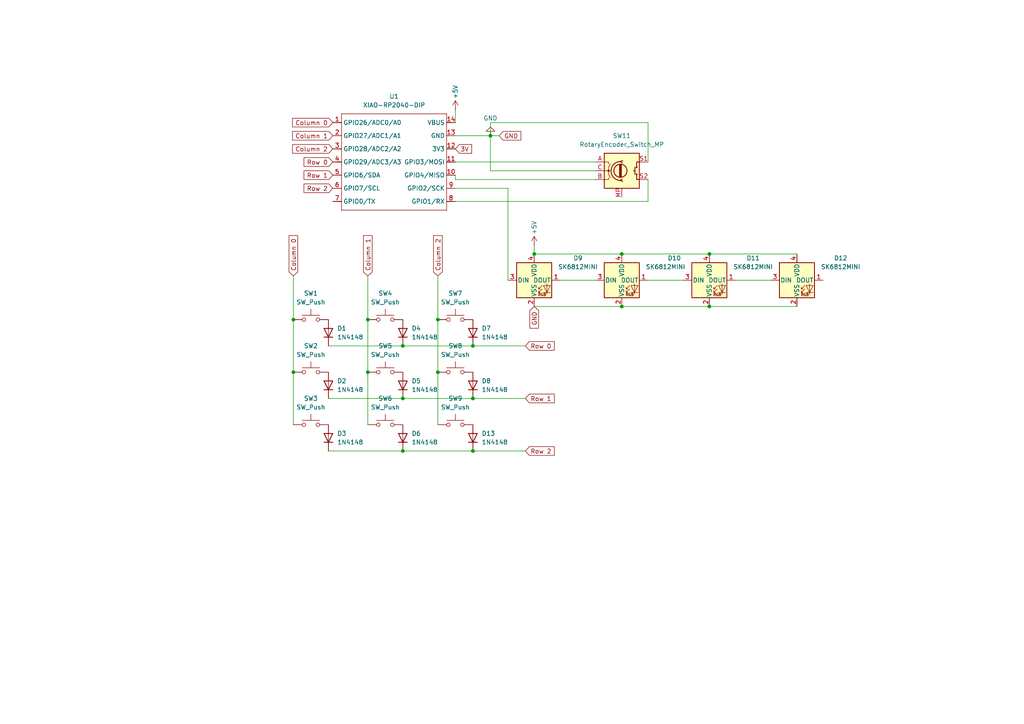
<source format=kicad_sch>
(kicad_sch
	(version 20250114)
	(generator "eeschema")
	(generator_version "9.0")
	(uuid "82d92b63-0c32-43e9-9bc9-1401ac89901f")
	(paper "A4")
	(lib_symbols
		(symbol "Device:RotaryEncoder_Switch_MP"
			(pin_names
				(offset 0.254)
				(hide yes)
			)
			(exclude_from_sim no)
			(in_bom yes)
			(on_board yes)
			(property "Reference" "SW"
				(at 0 8.89 0)
				(effects
					(font
						(size 1.27 1.27)
					)
				)
			)
			(property "Value" "RotaryEncoder_Switch_MP"
				(at 0 6.35 0)
				(effects
					(font
						(size 1.27 1.27)
					)
				)
			)
			(property "Footprint" ""
				(at -3.81 4.064 0)
				(effects
					(font
						(size 1.27 1.27)
					)
					(hide yes)
				)
			)
			(property "Datasheet" "~"
				(at 0 -12.7 0)
				(effects
					(font
						(size 1.27 1.27)
					)
					(hide yes)
				)
			)
			(property "Description" "Rotary encoder, dual channel, incremental quadrate outputs, with switch and MP Pin"
				(at 0 -15.24 0)
				(effects
					(font
						(size 1.27 1.27)
					)
					(hide yes)
				)
			)
			(property "ki_keywords" "rotary switch encoder switch push button"
				(at 0 0 0)
				(effects
					(font
						(size 1.27 1.27)
					)
					(hide yes)
				)
			)
			(property "ki_fp_filters" "RotaryEncoder*Switch*"
				(at 0 0 0)
				(effects
					(font
						(size 1.27 1.27)
					)
					(hide yes)
				)
			)
			(symbol "RotaryEncoder_Switch_MP_0_1"
				(rectangle
					(start -5.08 5.08)
					(end 5.08 -5.08)
					(stroke
						(width 0.254)
						(type default)
					)
					(fill
						(type background)
					)
				)
				(polyline
					(pts
						(xy -5.08 2.54) (xy -3.81 2.54) (xy -3.81 2.032)
					)
					(stroke
						(width 0)
						(type default)
					)
					(fill
						(type none)
					)
				)
				(polyline
					(pts
						(xy -5.08 0) (xy -3.81 0) (xy -3.81 -1.016) (xy -3.302 -2.032)
					)
					(stroke
						(width 0)
						(type default)
					)
					(fill
						(type none)
					)
				)
				(polyline
					(pts
						(xy -5.08 -2.54) (xy -3.81 -2.54) (xy -3.81 -2.032)
					)
					(stroke
						(width 0)
						(type default)
					)
					(fill
						(type none)
					)
				)
				(polyline
					(pts
						(xy -4.318 0) (xy -3.81 0) (xy -3.81 1.016) (xy -3.302 2.032)
					)
					(stroke
						(width 0)
						(type default)
					)
					(fill
						(type none)
					)
				)
				(circle
					(center -3.81 0)
					(radius 0.254)
					(stroke
						(width 0)
						(type default)
					)
					(fill
						(type outline)
					)
				)
				(polyline
					(pts
						(xy -0.635 -1.778) (xy -0.635 1.778)
					)
					(stroke
						(width 0.254)
						(type default)
					)
					(fill
						(type none)
					)
				)
				(circle
					(center -0.381 0)
					(radius 1.905)
					(stroke
						(width 0.254)
						(type default)
					)
					(fill
						(type none)
					)
				)
				(polyline
					(pts
						(xy -0.381 -1.778) (xy -0.381 1.778)
					)
					(stroke
						(width 0.254)
						(type default)
					)
					(fill
						(type none)
					)
				)
				(arc
					(start -0.381 -2.794)
					(mid -3.0988 -0.0635)
					(end -0.381 2.667)
					(stroke
						(width 0.254)
						(type default)
					)
					(fill
						(type none)
					)
				)
				(polyline
					(pts
						(xy -0.127 1.778) (xy -0.127 -1.778)
					)
					(stroke
						(width 0.254)
						(type default)
					)
					(fill
						(type none)
					)
				)
				(polyline
					(pts
						(xy 0.254 2.921) (xy -0.508 2.667) (xy 0.127 2.286)
					)
					(stroke
						(width 0.254)
						(type default)
					)
					(fill
						(type none)
					)
				)
				(polyline
					(pts
						(xy 0.254 -3.048) (xy -0.508 -2.794) (xy 0.127 -2.413)
					)
					(stroke
						(width 0.254)
						(type default)
					)
					(fill
						(type none)
					)
				)
				(polyline
					(pts
						(xy 3.81 1.016) (xy 3.81 -1.016)
					)
					(stroke
						(width 0.254)
						(type default)
					)
					(fill
						(type none)
					)
				)
				(polyline
					(pts
						(xy 3.81 0) (xy 3.429 0)
					)
					(stroke
						(width 0.254)
						(type default)
					)
					(fill
						(type none)
					)
				)
				(circle
					(center 4.318 1.016)
					(radius 0.127)
					(stroke
						(width 0.254)
						(type default)
					)
					(fill
						(type none)
					)
				)
				(circle
					(center 4.318 -1.016)
					(radius 0.127)
					(stroke
						(width 0.254)
						(type default)
					)
					(fill
						(type none)
					)
				)
				(polyline
					(pts
						(xy 5.08 2.54) (xy 4.318 2.54) (xy 4.318 1.016)
					)
					(stroke
						(width 0.254)
						(type default)
					)
					(fill
						(type none)
					)
				)
				(polyline
					(pts
						(xy 5.08 -2.54) (xy 4.318 -2.54) (xy 4.318 -1.016)
					)
					(stroke
						(width 0.254)
						(type default)
					)
					(fill
						(type none)
					)
				)
			)
			(symbol "RotaryEncoder_Switch_MP_1_1"
				(pin passive line
					(at -7.62 2.54 0)
					(length 2.54)
					(name "A"
						(effects
							(font
								(size 1.27 1.27)
							)
						)
					)
					(number "A"
						(effects
							(font
								(size 1.27 1.27)
							)
						)
					)
				)
				(pin passive line
					(at -7.62 0 0)
					(length 2.54)
					(name "C"
						(effects
							(font
								(size 1.27 1.27)
							)
						)
					)
					(number "C"
						(effects
							(font
								(size 1.27 1.27)
							)
						)
					)
				)
				(pin passive line
					(at -7.62 -2.54 0)
					(length 2.54)
					(name "B"
						(effects
							(font
								(size 1.27 1.27)
							)
						)
					)
					(number "B"
						(effects
							(font
								(size 1.27 1.27)
							)
						)
					)
				)
				(pin passive line
					(at 0 -7.62 90)
					(length 2.54)
					(name "MP"
						(effects
							(font
								(size 1.27 1.27)
							)
						)
					)
					(number "MP"
						(effects
							(font
								(size 1.27 1.27)
							)
						)
					)
				)
				(pin passive line
					(at 7.62 2.54 180)
					(length 2.54)
					(name "S1"
						(effects
							(font
								(size 1.27 1.27)
							)
						)
					)
					(number "S1"
						(effects
							(font
								(size 1.27 1.27)
							)
						)
					)
				)
				(pin passive line
					(at 7.62 -2.54 180)
					(length 2.54)
					(name "S2"
						(effects
							(font
								(size 1.27 1.27)
							)
						)
					)
					(number "S2"
						(effects
							(font
								(size 1.27 1.27)
							)
						)
					)
				)
			)
			(embedded_fonts no)
		)
		(symbol "Diode:1N4148"
			(pin_numbers
				(hide yes)
			)
			(pin_names
				(hide yes)
			)
			(exclude_from_sim no)
			(in_bom yes)
			(on_board yes)
			(property "Reference" "D"
				(at 0 2.54 0)
				(effects
					(font
						(size 1.27 1.27)
					)
				)
			)
			(property "Value" "1N4148"
				(at 0 -2.54 0)
				(effects
					(font
						(size 1.27 1.27)
					)
				)
			)
			(property "Footprint" "Diode_THT:D_DO-35_SOD27_P7.62mm_Horizontal"
				(at 0 0 0)
				(effects
					(font
						(size 1.27 1.27)
					)
					(hide yes)
				)
			)
			(property "Datasheet" "https://assets.nexperia.com/documents/data-sheet/1N4148_1N4448.pdf"
				(at 0 0 0)
				(effects
					(font
						(size 1.27 1.27)
					)
					(hide yes)
				)
			)
			(property "Description" "100V 0.15A standard switching diode, DO-35"
				(at 0 0 0)
				(effects
					(font
						(size 1.27 1.27)
					)
					(hide yes)
				)
			)
			(property "Sim.Device" "D"
				(at 0 0 0)
				(effects
					(font
						(size 1.27 1.27)
					)
					(hide yes)
				)
			)
			(property "Sim.Pins" "1=K 2=A"
				(at 0 0 0)
				(effects
					(font
						(size 1.27 1.27)
					)
					(hide yes)
				)
			)
			(property "ki_keywords" "diode"
				(at 0 0 0)
				(effects
					(font
						(size 1.27 1.27)
					)
					(hide yes)
				)
			)
			(property "ki_fp_filters" "D*DO?35*"
				(at 0 0 0)
				(effects
					(font
						(size 1.27 1.27)
					)
					(hide yes)
				)
			)
			(symbol "1N4148_0_1"
				(polyline
					(pts
						(xy -1.27 1.27) (xy -1.27 -1.27)
					)
					(stroke
						(width 0.254)
						(type default)
					)
					(fill
						(type none)
					)
				)
				(polyline
					(pts
						(xy 1.27 1.27) (xy 1.27 -1.27) (xy -1.27 0) (xy 1.27 1.27)
					)
					(stroke
						(width 0.254)
						(type default)
					)
					(fill
						(type none)
					)
				)
				(polyline
					(pts
						(xy 1.27 0) (xy -1.27 0)
					)
					(stroke
						(width 0)
						(type default)
					)
					(fill
						(type none)
					)
				)
			)
			(symbol "1N4148_1_1"
				(pin passive line
					(at -3.81 0 0)
					(length 2.54)
					(name "K"
						(effects
							(font
								(size 1.27 1.27)
							)
						)
					)
					(number "1"
						(effects
							(font
								(size 1.27 1.27)
							)
						)
					)
				)
				(pin passive line
					(at 3.81 0 180)
					(length 2.54)
					(name "A"
						(effects
							(font
								(size 1.27 1.27)
							)
						)
					)
					(number "2"
						(effects
							(font
								(size 1.27 1.27)
							)
						)
					)
				)
			)
			(embedded_fonts no)
		)
		(symbol "LED:SK6812MINI"
			(pin_names
				(offset 0.254)
			)
			(exclude_from_sim no)
			(in_bom yes)
			(on_board yes)
			(property "Reference" "D"
				(at 5.08 5.715 0)
				(effects
					(font
						(size 1.27 1.27)
					)
					(justify right bottom)
				)
			)
			(property "Value" "SK6812MINI"
				(at 1.27 -5.715 0)
				(effects
					(font
						(size 1.27 1.27)
					)
					(justify left top)
				)
			)
			(property "Footprint" "LED_SMD:LED_SK6812MINI_PLCC4_3.5x3.5mm_P1.75mm"
				(at 1.27 -7.62 0)
				(effects
					(font
						(size 1.27 1.27)
					)
					(justify left top)
					(hide yes)
				)
			)
			(property "Datasheet" "https://cdn-shop.adafruit.com/product-files/2686/SK6812MINI_REV.01-1-2.pdf"
				(at 2.54 -9.525 0)
				(effects
					(font
						(size 1.27 1.27)
					)
					(justify left top)
					(hide yes)
				)
			)
			(property "Description" "RGB LED with integrated controller"
				(at 0 0 0)
				(effects
					(font
						(size 1.27 1.27)
					)
					(hide yes)
				)
			)
			(property "ki_keywords" "RGB LED NeoPixel Mini addressable"
				(at 0 0 0)
				(effects
					(font
						(size 1.27 1.27)
					)
					(hide yes)
				)
			)
			(property "ki_fp_filters" "LED*SK6812MINI*PLCC*3.5x3.5mm*P1.75mm*"
				(at 0 0 0)
				(effects
					(font
						(size 1.27 1.27)
					)
					(hide yes)
				)
			)
			(symbol "SK6812MINI_0_0"
				(text "RGB"
					(at 2.286 -4.191 0)
					(effects
						(font
							(size 0.762 0.762)
						)
					)
				)
			)
			(symbol "SK6812MINI_0_1"
				(polyline
					(pts
						(xy 1.27 -2.54) (xy 1.778 -2.54)
					)
					(stroke
						(width 0)
						(type default)
					)
					(fill
						(type none)
					)
				)
				(polyline
					(pts
						(xy 1.27 -3.556) (xy 1.778 -3.556)
					)
					(stroke
						(width 0)
						(type default)
					)
					(fill
						(type none)
					)
				)
				(polyline
					(pts
						(xy 2.286 -1.524) (xy 1.27 -2.54) (xy 1.27 -2.032)
					)
					(stroke
						(width 0)
						(type default)
					)
					(fill
						(type none)
					)
				)
				(polyline
					(pts
						(xy 2.286 -2.54) (xy 1.27 -3.556) (xy 1.27 -3.048)
					)
					(stroke
						(width 0)
						(type default)
					)
					(fill
						(type none)
					)
				)
				(polyline
					(pts
						(xy 3.683 -1.016) (xy 3.683 -3.556) (xy 3.683 -4.064)
					)
					(stroke
						(width 0)
						(type default)
					)
					(fill
						(type none)
					)
				)
				(polyline
					(pts
						(xy 4.699 -1.524) (xy 2.667 -1.524) (xy 3.683 -3.556) (xy 4.699 -1.524)
					)
					(stroke
						(width 0)
						(type default)
					)
					(fill
						(type none)
					)
				)
				(polyline
					(pts
						(xy 4.699 -3.556) (xy 2.667 -3.556)
					)
					(stroke
						(width 0)
						(type default)
					)
					(fill
						(type none)
					)
				)
				(rectangle
					(start 5.08 5.08)
					(end -5.08 -5.08)
					(stroke
						(width 0.254)
						(type default)
					)
					(fill
						(type background)
					)
				)
			)
			(symbol "SK6812MINI_1_1"
				(pin input line
					(at -7.62 0 0)
					(length 2.54)
					(name "DIN"
						(effects
							(font
								(size 1.27 1.27)
							)
						)
					)
					(number "3"
						(effects
							(font
								(size 1.27 1.27)
							)
						)
					)
				)
				(pin power_in line
					(at 0 7.62 270)
					(length 2.54)
					(name "VDD"
						(effects
							(font
								(size 1.27 1.27)
							)
						)
					)
					(number "4"
						(effects
							(font
								(size 1.27 1.27)
							)
						)
					)
				)
				(pin power_in line
					(at 0 -7.62 90)
					(length 2.54)
					(name "VSS"
						(effects
							(font
								(size 1.27 1.27)
							)
						)
					)
					(number "2"
						(effects
							(font
								(size 1.27 1.27)
							)
						)
					)
				)
				(pin output line
					(at 7.62 0 180)
					(length 2.54)
					(name "DOUT"
						(effects
							(font
								(size 1.27 1.27)
							)
						)
					)
					(number "1"
						(effects
							(font
								(size 1.27 1.27)
							)
						)
					)
				)
			)
			(embedded_fonts no)
		)
		(symbol "OPL:XIAO-RP2040-DIP"
			(exclude_from_sim no)
			(in_bom yes)
			(on_board yes)
			(property "Reference" "U"
				(at 0 0 0)
				(effects
					(font
						(size 1.27 1.27)
					)
				)
			)
			(property "Value" "XIAO-RP2040-DIP"
				(at 5.334 -1.778 0)
				(effects
					(font
						(size 1.27 1.27)
					)
				)
			)
			(property "Footprint" "Module:MOUDLE14P-XIAO-DIP-SMD"
				(at 14.478 -32.258 0)
				(effects
					(font
						(size 1.27 1.27)
					)
					(hide yes)
				)
			)
			(property "Datasheet" ""
				(at 0 0 0)
				(effects
					(font
						(size 1.27 1.27)
					)
					(hide yes)
				)
			)
			(property "Description" ""
				(at 0 0 0)
				(effects
					(font
						(size 1.27 1.27)
					)
					(hide yes)
				)
			)
			(symbol "XIAO-RP2040-DIP_1_0"
				(polyline
					(pts
						(xy -1.27 -2.54) (xy 29.21 -2.54)
					)
					(stroke
						(width 0.1524)
						(type solid)
					)
					(fill
						(type none)
					)
				)
				(polyline
					(pts
						(xy -1.27 -5.08) (xy -2.54 -5.08)
					)
					(stroke
						(width 0.1524)
						(type solid)
					)
					(fill
						(type none)
					)
				)
				(polyline
					(pts
						(xy -1.27 -5.08) (xy -1.27 -2.54)
					)
					(stroke
						(width 0.1524)
						(type solid)
					)
					(fill
						(type none)
					)
				)
				(polyline
					(pts
						(xy -1.27 -8.89) (xy -2.54 -8.89)
					)
					(stroke
						(width 0.1524)
						(type solid)
					)
					(fill
						(type none)
					)
				)
				(polyline
					(pts
						(xy -1.27 -8.89) (xy -1.27 -5.08)
					)
					(stroke
						(width 0.1524)
						(type solid)
					)
					(fill
						(type none)
					)
				)
				(polyline
					(pts
						(xy -1.27 -12.7) (xy -2.54 -12.7)
					)
					(stroke
						(width 0.1524)
						(type solid)
					)
					(fill
						(type none)
					)
				)
				(polyline
					(pts
						(xy -1.27 -12.7) (xy -1.27 -8.89)
					)
					(stroke
						(width 0.1524)
						(type solid)
					)
					(fill
						(type none)
					)
				)
				(polyline
					(pts
						(xy -1.27 -16.51) (xy -2.54 -16.51)
					)
					(stroke
						(width 0.1524)
						(type solid)
					)
					(fill
						(type none)
					)
				)
				(polyline
					(pts
						(xy -1.27 -16.51) (xy -1.27 -12.7)
					)
					(stroke
						(width 0.1524)
						(type solid)
					)
					(fill
						(type none)
					)
				)
				(polyline
					(pts
						(xy -1.27 -20.32) (xy -2.54 -20.32)
					)
					(stroke
						(width 0.1524)
						(type solid)
					)
					(fill
						(type none)
					)
				)
				(polyline
					(pts
						(xy -1.27 -24.13) (xy -2.54 -24.13)
					)
					(stroke
						(width 0.1524)
						(type solid)
					)
					(fill
						(type none)
					)
				)
				(polyline
					(pts
						(xy -1.27 -27.94) (xy -2.54 -27.94)
					)
					(stroke
						(width 0.1524)
						(type solid)
					)
					(fill
						(type none)
					)
				)
				(polyline
					(pts
						(xy -1.27 -30.48) (xy -1.27 -16.51)
					)
					(stroke
						(width 0.1524)
						(type solid)
					)
					(fill
						(type none)
					)
				)
				(polyline
					(pts
						(xy 29.21 -2.54) (xy 29.21 -5.08)
					)
					(stroke
						(width 0.1524)
						(type solid)
					)
					(fill
						(type none)
					)
				)
				(polyline
					(pts
						(xy 29.21 -5.08) (xy 29.21 -8.89)
					)
					(stroke
						(width 0.1524)
						(type solid)
					)
					(fill
						(type none)
					)
				)
				(polyline
					(pts
						(xy 29.21 -8.89) (xy 29.21 -12.7)
					)
					(stroke
						(width 0.1524)
						(type solid)
					)
					(fill
						(type none)
					)
				)
				(polyline
					(pts
						(xy 29.21 -12.7) (xy 29.21 -30.48)
					)
					(stroke
						(width 0.1524)
						(type solid)
					)
					(fill
						(type none)
					)
				)
				(polyline
					(pts
						(xy 29.21 -30.48) (xy -1.27 -30.48)
					)
					(stroke
						(width 0.1524)
						(type solid)
					)
					(fill
						(type none)
					)
				)
				(polyline
					(pts
						(xy 30.48 -5.08) (xy 29.21 -5.08)
					)
					(stroke
						(width 0.1524)
						(type solid)
					)
					(fill
						(type none)
					)
				)
				(polyline
					(pts
						(xy 30.48 -8.89) (xy 29.21 -8.89)
					)
					(stroke
						(width 0.1524)
						(type solid)
					)
					(fill
						(type none)
					)
				)
				(polyline
					(pts
						(xy 30.48 -12.7) (xy 29.21 -12.7)
					)
					(stroke
						(width 0.1524)
						(type solid)
					)
					(fill
						(type none)
					)
				)
				(polyline
					(pts
						(xy 30.48 -16.51) (xy 29.21 -16.51)
					)
					(stroke
						(width 0.1524)
						(type solid)
					)
					(fill
						(type none)
					)
				)
				(polyline
					(pts
						(xy 30.48 -20.32) (xy 29.21 -20.32)
					)
					(stroke
						(width 0.1524)
						(type solid)
					)
					(fill
						(type none)
					)
				)
				(polyline
					(pts
						(xy 30.48 -24.13) (xy 29.21 -24.13)
					)
					(stroke
						(width 0.1524)
						(type solid)
					)
					(fill
						(type none)
					)
				)
				(polyline
					(pts
						(xy 30.48 -27.94) (xy 29.21 -27.94)
					)
					(stroke
						(width 0.1524)
						(type solid)
					)
					(fill
						(type none)
					)
				)
				(pin passive line
					(at -3.81 -5.08 0)
					(length 2.54)
					(name "GPIO26/ADC0/A0"
						(effects
							(font
								(size 1.27 1.27)
							)
						)
					)
					(number "1"
						(effects
							(font
								(size 1.27 1.27)
							)
						)
					)
				)
				(pin passive line
					(at -3.81 -8.89 0)
					(length 2.54)
					(name "GPIO27/ADC1/A1"
						(effects
							(font
								(size 1.27 1.27)
							)
						)
					)
					(number "2"
						(effects
							(font
								(size 1.27 1.27)
							)
						)
					)
				)
				(pin passive line
					(at -3.81 -12.7 0)
					(length 2.54)
					(name "GPIO28/ADC2/A2"
						(effects
							(font
								(size 1.27 1.27)
							)
						)
					)
					(number "3"
						(effects
							(font
								(size 1.27 1.27)
							)
						)
					)
				)
				(pin passive line
					(at -3.81 -16.51 0)
					(length 2.54)
					(name "GPIO29/ADC3/A3"
						(effects
							(font
								(size 1.27 1.27)
							)
						)
					)
					(number "4"
						(effects
							(font
								(size 1.27 1.27)
							)
						)
					)
				)
				(pin passive line
					(at -3.81 -20.32 0)
					(length 2.54)
					(name "GPIO6/SDA"
						(effects
							(font
								(size 1.27 1.27)
							)
						)
					)
					(number "5"
						(effects
							(font
								(size 1.27 1.27)
							)
						)
					)
				)
				(pin passive line
					(at -3.81 -24.13 0)
					(length 2.54)
					(name "GPIO7/SCL"
						(effects
							(font
								(size 1.27 1.27)
							)
						)
					)
					(number "6"
						(effects
							(font
								(size 1.27 1.27)
							)
						)
					)
				)
				(pin passive line
					(at -3.81 -27.94 0)
					(length 2.54)
					(name "GPIO0/TX"
						(effects
							(font
								(size 1.27 1.27)
							)
						)
					)
					(number "7"
						(effects
							(font
								(size 1.27 1.27)
							)
						)
					)
				)
				(pin passive line
					(at 31.75 -5.08 180)
					(length 2.54)
					(name "VBUS"
						(effects
							(font
								(size 1.27 1.27)
							)
						)
					)
					(number "14"
						(effects
							(font
								(size 1.27 1.27)
							)
						)
					)
				)
				(pin passive line
					(at 31.75 -8.89 180)
					(length 2.54)
					(name "GND"
						(effects
							(font
								(size 1.27 1.27)
							)
						)
					)
					(number "13"
						(effects
							(font
								(size 1.27 1.27)
							)
						)
					)
				)
				(pin passive line
					(at 31.75 -12.7 180)
					(length 2.54)
					(name "3V3"
						(effects
							(font
								(size 1.27 1.27)
							)
						)
					)
					(number "12"
						(effects
							(font
								(size 1.27 1.27)
							)
						)
					)
				)
				(pin passive line
					(at 31.75 -16.51 180)
					(length 2.54)
					(name "GPIO3/MOSI"
						(effects
							(font
								(size 1.27 1.27)
							)
						)
					)
					(number "11"
						(effects
							(font
								(size 1.27 1.27)
							)
						)
					)
				)
				(pin passive line
					(at 31.75 -20.32 180)
					(length 2.54)
					(name "GPIO4/MISO"
						(effects
							(font
								(size 1.27 1.27)
							)
						)
					)
					(number "10"
						(effects
							(font
								(size 1.27 1.27)
							)
						)
					)
				)
				(pin passive line
					(at 31.75 -24.13 180)
					(length 2.54)
					(name "GPIO2/SCK"
						(effects
							(font
								(size 1.27 1.27)
							)
						)
					)
					(number "9"
						(effects
							(font
								(size 1.27 1.27)
							)
						)
					)
				)
				(pin passive line
					(at 31.75 -27.94 180)
					(length 2.54)
					(name "GPIO1/RX"
						(effects
							(font
								(size 1.27 1.27)
							)
						)
					)
					(number "8"
						(effects
							(font
								(size 1.27 1.27)
							)
						)
					)
				)
			)
			(embedded_fonts no)
		)
		(symbol "Switch:SW_Push"
			(pin_numbers
				(hide yes)
			)
			(pin_names
				(offset 1.016)
				(hide yes)
			)
			(exclude_from_sim no)
			(in_bom yes)
			(on_board yes)
			(property "Reference" "SW"
				(at 1.27 2.54 0)
				(effects
					(font
						(size 1.27 1.27)
					)
					(justify left)
				)
			)
			(property "Value" "SW_Push"
				(at 0 -1.524 0)
				(effects
					(font
						(size 1.27 1.27)
					)
				)
			)
			(property "Footprint" ""
				(at 0 5.08 0)
				(effects
					(font
						(size 1.27 1.27)
					)
					(hide yes)
				)
			)
			(property "Datasheet" "~"
				(at 0 5.08 0)
				(effects
					(font
						(size 1.27 1.27)
					)
					(hide yes)
				)
			)
			(property "Description" "Push button switch, generic, two pins"
				(at 0 0 0)
				(effects
					(font
						(size 1.27 1.27)
					)
					(hide yes)
				)
			)
			(property "ki_keywords" "switch normally-open pushbutton push-button"
				(at 0 0 0)
				(effects
					(font
						(size 1.27 1.27)
					)
					(hide yes)
				)
			)
			(symbol "SW_Push_0_1"
				(circle
					(center -2.032 0)
					(radius 0.508)
					(stroke
						(width 0)
						(type default)
					)
					(fill
						(type none)
					)
				)
				(polyline
					(pts
						(xy 0 1.27) (xy 0 3.048)
					)
					(stroke
						(width 0)
						(type default)
					)
					(fill
						(type none)
					)
				)
				(circle
					(center 2.032 0)
					(radius 0.508)
					(stroke
						(width 0)
						(type default)
					)
					(fill
						(type none)
					)
				)
				(polyline
					(pts
						(xy 2.54 1.27) (xy -2.54 1.27)
					)
					(stroke
						(width 0)
						(type default)
					)
					(fill
						(type none)
					)
				)
				(pin passive line
					(at -5.08 0 0)
					(length 2.54)
					(name "1"
						(effects
							(font
								(size 1.27 1.27)
							)
						)
					)
					(number "1"
						(effects
							(font
								(size 1.27 1.27)
							)
						)
					)
				)
				(pin passive line
					(at 5.08 0 180)
					(length 2.54)
					(name "2"
						(effects
							(font
								(size 1.27 1.27)
							)
						)
					)
					(number "2"
						(effects
							(font
								(size 1.27 1.27)
							)
						)
					)
				)
			)
			(embedded_fonts no)
		)
		(symbol "power:+5V"
			(power)
			(pin_numbers
				(hide yes)
			)
			(pin_names
				(offset 0)
				(hide yes)
			)
			(exclude_from_sim no)
			(in_bom yes)
			(on_board yes)
			(property "Reference" "#PWR"
				(at 0 -3.81 0)
				(effects
					(font
						(size 1.27 1.27)
					)
					(hide yes)
				)
			)
			(property "Value" "+5V"
				(at 0 3.556 0)
				(effects
					(font
						(size 1.27 1.27)
					)
				)
			)
			(property "Footprint" ""
				(at 0 0 0)
				(effects
					(font
						(size 1.27 1.27)
					)
					(hide yes)
				)
			)
			(property "Datasheet" ""
				(at 0 0 0)
				(effects
					(font
						(size 1.27 1.27)
					)
					(hide yes)
				)
			)
			(property "Description" "Power symbol creates a global label with name \"+5V\""
				(at 0 0 0)
				(effects
					(font
						(size 1.27 1.27)
					)
					(hide yes)
				)
			)
			(property "ki_keywords" "global power"
				(at 0 0 0)
				(effects
					(font
						(size 1.27 1.27)
					)
					(hide yes)
				)
			)
			(symbol "+5V_0_1"
				(polyline
					(pts
						(xy -0.762 1.27) (xy 0 2.54)
					)
					(stroke
						(width 0)
						(type default)
					)
					(fill
						(type none)
					)
				)
				(polyline
					(pts
						(xy 0 2.54) (xy 0.762 1.27)
					)
					(stroke
						(width 0)
						(type default)
					)
					(fill
						(type none)
					)
				)
				(polyline
					(pts
						(xy 0 0) (xy 0 2.54)
					)
					(stroke
						(width 0)
						(type default)
					)
					(fill
						(type none)
					)
				)
			)
			(symbol "+5V_1_1"
				(pin power_in line
					(at 0 0 90)
					(length 0)
					(name "~"
						(effects
							(font
								(size 1.27 1.27)
							)
						)
					)
					(number "1"
						(effects
							(font
								(size 1.27 1.27)
							)
						)
					)
				)
			)
			(embedded_fonts no)
		)
		(symbol "power:GND"
			(power)
			(pin_numbers
				(hide yes)
			)
			(pin_names
				(offset 0)
				(hide yes)
			)
			(exclude_from_sim no)
			(in_bom yes)
			(on_board yes)
			(property "Reference" "#PWR"
				(at 0 -6.35 0)
				(effects
					(font
						(size 1.27 1.27)
					)
					(hide yes)
				)
			)
			(property "Value" "GND"
				(at 0 -3.81 0)
				(effects
					(font
						(size 1.27 1.27)
					)
				)
			)
			(property "Footprint" ""
				(at 0 0 0)
				(effects
					(font
						(size 1.27 1.27)
					)
					(hide yes)
				)
			)
			(property "Datasheet" ""
				(at 0 0 0)
				(effects
					(font
						(size 1.27 1.27)
					)
					(hide yes)
				)
			)
			(property "Description" "Power symbol creates a global label with name \"GND\" , ground"
				(at 0 0 0)
				(effects
					(font
						(size 1.27 1.27)
					)
					(hide yes)
				)
			)
			(property "ki_keywords" "global power"
				(at 0 0 0)
				(effects
					(font
						(size 1.27 1.27)
					)
					(hide yes)
				)
			)
			(symbol "GND_0_1"
				(polyline
					(pts
						(xy 0 0) (xy 0 -1.27) (xy 1.27 -1.27) (xy 0 -2.54) (xy -1.27 -1.27) (xy 0 -1.27)
					)
					(stroke
						(width 0)
						(type default)
					)
					(fill
						(type none)
					)
				)
			)
			(symbol "GND_1_1"
				(pin power_in line
					(at 0 0 270)
					(length 0)
					(name "~"
						(effects
							(font
								(size 1.27 1.27)
							)
						)
					)
					(number "1"
						(effects
							(font
								(size 1.27 1.27)
							)
						)
					)
				)
			)
			(embedded_fonts no)
		)
	)
	(junction
		(at 116.84 115.57)
		(diameter 0)
		(color 0 0 0 0)
		(uuid "20263122-6523-4a4a-a751-1c8d0d222173")
	)
	(junction
		(at 137.16 130.81)
		(diameter 0)
		(color 0 0 0 0)
		(uuid "3442ada2-2600-4caa-9a9a-f04279659931")
	)
	(junction
		(at 116.84 100.33)
		(diameter 0)
		(color 0 0 0 0)
		(uuid "43e4ed48-86b9-4397-bdd6-e89c645d67f3")
	)
	(junction
		(at 137.16 100.33)
		(diameter 0)
		(color 0 0 0 0)
		(uuid "4996d14f-b977-4dce-ab74-7ba8f957740a")
	)
	(junction
		(at 85.09 107.95)
		(diameter 0)
		(color 0 0 0 0)
		(uuid "5e932300-f000-4766-8dfb-06dcf7b3383b")
	)
	(junction
		(at 116.84 130.81)
		(diameter 0)
		(color 0 0 0 0)
		(uuid "6ecaaa21-b6b4-4aaf-a7af-eb5400d2aa7d")
	)
	(junction
		(at 180.34 73.66)
		(diameter 0)
		(color 0 0 0 0)
		(uuid "83df0b92-23b0-4e42-a941-04debb447c7f")
	)
	(junction
		(at 127 107.95)
		(diameter 0)
		(color 0 0 0 0)
		(uuid "83ef7d05-0897-4539-9c42-c3f19d3e703e")
	)
	(junction
		(at 180.34 88.9)
		(diameter 0)
		(color 0 0 0 0)
		(uuid "97ac0408-129c-43a9-b544-a0d021b22c89")
	)
	(junction
		(at 205.74 88.9)
		(diameter 0)
		(color 0 0 0 0)
		(uuid "b5e03759-90fe-469b-871f-f8d144df44d1")
	)
	(junction
		(at 205.74 73.66)
		(diameter 0)
		(color 0 0 0 0)
		(uuid "bcefe98c-756c-4118-b99f-88ef462d61e1")
	)
	(junction
		(at 142.24 39.37)
		(diameter 0)
		(color 0 0 0 0)
		(uuid "c610f56e-12ea-4d12-8818-8c03696d6175")
	)
	(junction
		(at 127 92.71)
		(diameter 0)
		(color 0 0 0 0)
		(uuid "d0d9bdd5-9443-495b-8a9a-b89c9fb57bd2")
	)
	(junction
		(at 154.94 73.66)
		(diameter 0)
		(color 0 0 0 0)
		(uuid "d1ad628a-529a-4d34-a339-329019a24c48")
	)
	(junction
		(at 85.09 92.71)
		(diameter 0)
		(color 0 0 0 0)
		(uuid "d1b879d2-c77d-4fe2-9b56-c8cd146f2388")
	)
	(junction
		(at 106.68 92.71)
		(diameter 0)
		(color 0 0 0 0)
		(uuid "dc684a95-3f84-4319-9fc3-c3a53615ad3f")
	)
	(junction
		(at 137.16 115.57)
		(diameter 0)
		(color 0 0 0 0)
		(uuid "ed982316-acdd-4b07-a447-d495959fff13")
	)
	(junction
		(at 106.68 107.95)
		(diameter 0)
		(color 0 0 0 0)
		(uuid "f3fc6a9e-efcf-4f4c-9ac0-32ba451947de")
	)
	(wire
		(pts
			(xy 147.32 54.61) (xy 132.08 54.61)
		)
		(stroke
			(width 0)
			(type default)
		)
		(uuid "009483db-6254-46bd-9cc1-4b3f5ce4cc45")
	)
	(wire
		(pts
			(xy 152.4 115.57) (xy 137.16 115.57)
		)
		(stroke
			(width 0)
			(type default)
		)
		(uuid "0b644bf6-b206-40ab-a3f4-93d1e97e2ee1")
	)
	(wire
		(pts
			(xy 85.09 92.71) (xy 85.09 107.95)
		)
		(stroke
			(width 0)
			(type default)
		)
		(uuid "19c9b4a5-0245-48c5-b497-2872bc3a7047")
	)
	(wire
		(pts
			(xy 172.72 49.53) (xy 142.24 49.53)
		)
		(stroke
			(width 0)
			(type default)
		)
		(uuid "1b0c87a2-6224-437c-aff5-2d9a9c0c5501")
	)
	(wire
		(pts
			(xy 132.08 52.07) (xy 172.72 52.07)
		)
		(stroke
			(width 0)
			(type default)
		)
		(uuid "2382a9aa-ca56-4440-8fd5-b55671a7780a")
	)
	(wire
		(pts
			(xy 95.25 100.33) (xy 116.84 100.33)
		)
		(stroke
			(width 0)
			(type default)
		)
		(uuid "23e85b6e-6580-4956-a2ad-a93794811ef6")
	)
	(wire
		(pts
			(xy 154.94 71.12) (xy 154.94 73.66)
		)
		(stroke
			(width 0)
			(type default)
		)
		(uuid "24f2553f-aeea-4e22-9f76-23a529167b48")
	)
	(wire
		(pts
			(xy 85.09 80.01) (xy 85.09 92.71)
		)
		(stroke
			(width 0)
			(type default)
		)
		(uuid "258d591d-1fae-4a23-a0b2-92d6c223c23d")
	)
	(wire
		(pts
			(xy 152.4 100.33) (xy 137.16 100.33)
		)
		(stroke
			(width 0)
			(type default)
		)
		(uuid "2c23b144-9919-4841-88e7-bf4b24fd10cd")
	)
	(wire
		(pts
			(xy 154.94 88.9) (xy 180.34 88.9)
		)
		(stroke
			(width 0)
			(type default)
		)
		(uuid "3366012d-7527-450c-ab78-08bc04819f68")
	)
	(wire
		(pts
			(xy 116.84 130.81) (xy 137.16 130.81)
		)
		(stroke
			(width 0)
			(type default)
		)
		(uuid "3f221077-dfb0-4284-8e91-35f82c40a3bc")
	)
	(wire
		(pts
			(xy 213.36 81.28) (xy 223.52 81.28)
		)
		(stroke
			(width 0)
			(type default)
		)
		(uuid "4144a4dc-bbd8-45ed-87c0-21a8a57da764")
	)
	(wire
		(pts
			(xy 187.96 58.42) (xy 132.08 58.42)
		)
		(stroke
			(width 0)
			(type default)
		)
		(uuid "5159f11b-2eb0-4f3a-84e3-8039fff6b4cf")
	)
	(wire
		(pts
			(xy 142.24 49.53) (xy 142.24 39.37)
		)
		(stroke
			(width 0)
			(type default)
		)
		(uuid "52788dc3-d056-43c7-bf28-c29fe3f6269c")
	)
	(wire
		(pts
			(xy 152.4 130.81) (xy 137.16 130.81)
		)
		(stroke
			(width 0)
			(type default)
		)
		(uuid "541863f4-4e6a-465e-a1e4-7fa761668fcd")
	)
	(wire
		(pts
			(xy 180.34 73.66) (xy 205.74 73.66)
		)
		(stroke
			(width 0)
			(type default)
		)
		(uuid "5b5955af-20e3-417f-8d66-106d38a6fb3f")
	)
	(wire
		(pts
			(xy 147.32 81.28) (xy 147.32 54.61)
		)
		(stroke
			(width 0)
			(type default)
		)
		(uuid "6234f875-b9fe-461f-a0ec-e1d90300301b")
	)
	(wire
		(pts
			(xy 154.94 73.66) (xy 180.34 73.66)
		)
		(stroke
			(width 0)
			(type default)
		)
		(uuid "638beefa-2b54-47b7-bc25-52a295418f13")
	)
	(wire
		(pts
			(xy 142.24 39.37) (xy 144.78 39.37)
		)
		(stroke
			(width 0)
			(type default)
		)
		(uuid "724668e1-03b1-4ec3-a2c9-0c4c661cc053")
	)
	(wire
		(pts
			(xy 205.74 88.9) (xy 231.14 88.9)
		)
		(stroke
			(width 0)
			(type default)
		)
		(uuid "7b20b0cc-35bb-4b5e-bf70-3a29d5856e53")
	)
	(wire
		(pts
			(xy 95.25 115.57) (xy 116.84 115.57)
		)
		(stroke
			(width 0)
			(type default)
		)
		(uuid "7e42da92-4e93-4833-ae28-a270dae5c4c3")
	)
	(wire
		(pts
			(xy 106.68 80.01) (xy 106.68 92.71)
		)
		(stroke
			(width 0)
			(type default)
		)
		(uuid "846201ce-4474-4c32-8be6-1d0d881f99f7")
	)
	(wire
		(pts
			(xy 205.74 73.66) (xy 231.14 73.66)
		)
		(stroke
			(width 0)
			(type default)
		)
		(uuid "9af5ffb2-386b-49d4-b2e0-acc8572440c6")
	)
	(wire
		(pts
			(xy 127 80.01) (xy 127 92.71)
		)
		(stroke
			(width 0)
			(type default)
		)
		(uuid "9c252e3d-f60b-4bb1-b2b7-8e543865773a")
	)
	(wire
		(pts
			(xy 106.68 92.71) (xy 106.68 107.95)
		)
		(stroke
			(width 0)
			(type default)
		)
		(uuid "9d042f58-0900-4bc1-9c13-5420bb6b0a42")
	)
	(wire
		(pts
			(xy 127 92.71) (xy 127 107.95)
		)
		(stroke
			(width 0)
			(type default)
		)
		(uuid "9e57f69d-c2dc-4ccd-aa26-77c441a57ec9")
	)
	(wire
		(pts
			(xy 132.08 52.07) (xy 132.08 50.8)
		)
		(stroke
			(width 0)
			(type default)
		)
		(uuid "a5e8c1bf-c3d1-48d1-82bc-e7169066a3a5")
	)
	(wire
		(pts
			(xy 106.68 107.95) (xy 106.68 123.19)
		)
		(stroke
			(width 0)
			(type default)
		)
		(uuid "a7276a89-cee5-4b5b-958a-fb86d9840c98")
	)
	(wire
		(pts
			(xy 132.08 31.75) (xy 132.08 35.56)
		)
		(stroke
			(width 0)
			(type default)
		)
		(uuid "aea728b4-ac38-4809-a839-7c136d579363")
	)
	(wire
		(pts
			(xy 187.96 46.99) (xy 187.96 35.56)
		)
		(stroke
			(width 0)
			(type default)
		)
		(uuid "b601e559-7679-4c4f-aa7d-269a0cb163ba")
	)
	(wire
		(pts
			(xy 187.96 35.56) (xy 142.24 35.56)
		)
		(stroke
			(width 0)
			(type default)
		)
		(uuid "b6dad1d4-5d05-4ec5-9a98-5a1c3d11739c")
	)
	(wire
		(pts
			(xy 180.34 88.9) (xy 205.74 88.9)
		)
		(stroke
			(width 0)
			(type default)
		)
		(uuid "b7b53801-46f8-4ea1-a763-3a400681f3d4")
	)
	(wire
		(pts
			(xy 127 107.95) (xy 127 123.19)
		)
		(stroke
			(width 0)
			(type default)
		)
		(uuid "bb0bb417-1aaa-4397-a78f-e115c51f4458")
	)
	(wire
		(pts
			(xy 132.08 46.99) (xy 172.72 46.99)
		)
		(stroke
			(width 0)
			(type default)
		)
		(uuid "cb5a0a56-ef84-460f-a369-fe7a85786e52")
	)
	(wire
		(pts
			(xy 116.84 115.57) (xy 137.16 115.57)
		)
		(stroke
			(width 0)
			(type default)
		)
		(uuid "cd444a67-65a8-400f-826e-52e0fb3fb1aa")
	)
	(wire
		(pts
			(xy 187.96 52.07) (xy 187.96 58.42)
		)
		(stroke
			(width 0)
			(type default)
		)
		(uuid "d15dcfdc-cacf-4d49-ba90-d74990f297fd")
	)
	(wire
		(pts
			(xy 132.08 39.37) (xy 142.24 39.37)
		)
		(stroke
			(width 0)
			(type default)
		)
		(uuid "d6af3c36-1022-425a-b465-7efb372f0ed8")
	)
	(wire
		(pts
			(xy 116.84 100.33) (xy 137.16 100.33)
		)
		(stroke
			(width 0)
			(type default)
		)
		(uuid "e3585ccf-89ef-472f-a08e-10e1cd49df2c")
	)
	(wire
		(pts
			(xy 187.96 81.28) (xy 198.12 81.28)
		)
		(stroke
			(width 0)
			(type default)
		)
		(uuid "e7e0cf7d-c43d-4e60-b944-a36331b6e1cb")
	)
	(wire
		(pts
			(xy 162.56 81.28) (xy 172.72 81.28)
		)
		(stroke
			(width 0)
			(type default)
		)
		(uuid "ea281104-a7ea-4e13-8bc8-878a8d2fe51e")
	)
	(wire
		(pts
			(xy 95.25 130.81) (xy 116.84 130.81)
		)
		(stroke
			(width 0)
			(type default)
		)
		(uuid "ef2eb239-fb90-4c11-87fc-c06a987e1b1d")
	)
	(wire
		(pts
			(xy 142.24 35.56) (xy 142.24 39.37)
		)
		(stroke
			(width 0)
			(type default)
		)
		(uuid "efefb0c6-41eb-4a19-b7b6-e8243b258d8a")
	)
	(wire
		(pts
			(xy 85.09 107.95) (xy 85.09 123.19)
		)
		(stroke
			(width 0)
			(type default)
		)
		(uuid "fe169085-1b2c-4f21-b3a5-7908a90aa407")
	)
	(global_label "Row 0"
		(shape input)
		(at 96.52 46.99 180)
		(fields_autoplaced yes)
		(effects
			(font
				(size 1.27 1.27)
			)
			(justify right)
		)
		(uuid "01c4068a-135d-4d69-911c-2ad8fcc19ff9")
		(property "Intersheetrefs" "${INTERSHEET_REFS}"
			(at 87.6082 46.99 0)
			(effects
				(font
					(size 1.27 1.27)
				)
				(justify right)
				(hide yes)
			)
		)
	)
	(global_label "Row 2"
		(shape input)
		(at 152.4 130.81 0)
		(fields_autoplaced yes)
		(effects
			(font
				(size 1.27 1.27)
			)
			(justify left)
		)
		(uuid "023c76e8-d1e8-426d-bc4f-7dc324de94ae")
		(property "Intersheetrefs" "${INTERSHEET_REFS}"
			(at 161.3118 130.81 0)
			(effects
				(font
					(size 1.27 1.27)
				)
				(justify left)
				(hide yes)
			)
		)
	)
	(global_label "GND"
		(shape input)
		(at 144.78 39.37 0)
		(fields_autoplaced yes)
		(effects
			(font
				(size 1.27 1.27)
			)
			(justify left)
		)
		(uuid "051bd8fa-07e9-498a-9874-2993761a63db")
		(property "Intersheetrefs" "${INTERSHEET_REFS}"
			(at 151.6357 39.37 0)
			(effects
				(font
					(size 1.27 1.27)
				)
				(justify left)
				(hide yes)
			)
		)
	)
	(global_label "Row 2"
		(shape input)
		(at 96.52 54.61 180)
		(fields_autoplaced yes)
		(effects
			(font
				(size 1.27 1.27)
			)
			(justify right)
		)
		(uuid "19eed0d0-38a9-4738-adb1-39b0a0203ce5")
		(property "Intersheetrefs" "${INTERSHEET_REFS}"
			(at 87.6082 54.61 0)
			(effects
				(font
					(size 1.27 1.27)
				)
				(justify right)
				(hide yes)
			)
		)
	)
	(global_label "3V"
		(shape input)
		(at 132.08 43.18 0)
		(fields_autoplaced yes)
		(effects
			(font
				(size 1.27 1.27)
			)
			(justify left)
		)
		(uuid "45394a09-b8e6-45f7-b475-99704f7a0d1f")
		(property "Intersheetrefs" "${INTERSHEET_REFS}"
			(at 137.3633 43.18 0)
			(effects
				(font
					(size 1.27 1.27)
				)
				(justify left)
				(hide yes)
			)
		)
	)
	(global_label "Column 2"
		(shape input)
		(at 127 80.01 90)
		(fields_autoplaced yes)
		(effects
			(font
				(size 1.27 1.27)
			)
			(justify left)
		)
		(uuid "6309b4f6-13cb-4f1c-8fc2-6c20c0236563")
		(property "Intersheetrefs" "${INTERSHEET_REFS}"
			(at 127 67.7722 90)
			(effects
				(font
					(size 1.27 1.27)
				)
				(justify left)
				(hide yes)
			)
		)
	)
	(global_label "Column 0"
		(shape input)
		(at 96.52 35.56 180)
		(fields_autoplaced yes)
		(effects
			(font
				(size 1.27 1.27)
			)
			(justify right)
		)
		(uuid "6d29e606-c860-4209-b070-5a46f1f2bbc1")
		(property "Intersheetrefs" "${INTERSHEET_REFS}"
			(at 84.2822 35.56 0)
			(effects
				(font
					(size 1.27 1.27)
				)
				(justify right)
				(hide yes)
			)
		)
	)
	(global_label "Column 0"
		(shape input)
		(at 85.09 80.01 90)
		(fields_autoplaced yes)
		(effects
			(font
				(size 1.27 1.27)
			)
			(justify left)
		)
		(uuid "7ccee586-cc23-4ae2-80c7-965091e1c3d1")
		(property "Intersheetrefs" "${INTERSHEET_REFS}"
			(at 85.09 67.7722 90)
			(effects
				(font
					(size 1.27 1.27)
				)
				(justify left)
				(hide yes)
			)
		)
	)
	(global_label "Row 1"
		(shape input)
		(at 152.4 115.57 0)
		(fields_autoplaced yes)
		(effects
			(font
				(size 1.27 1.27)
			)
			(justify left)
		)
		(uuid "8193c10f-5027-4d35-835a-fe84bb75b603")
		(property "Intersheetrefs" "${INTERSHEET_REFS}"
			(at 161.3118 115.57 0)
			(effects
				(font
					(size 1.27 1.27)
				)
				(justify left)
				(hide yes)
			)
		)
	)
	(global_label "Column 1"
		(shape input)
		(at 106.68 80.01 90)
		(fields_autoplaced yes)
		(effects
			(font
				(size 1.27 1.27)
			)
			(justify left)
		)
		(uuid "9c3a3eef-33ba-46bb-8919-985590d70451")
		(property "Intersheetrefs" "${INTERSHEET_REFS}"
			(at 106.68 67.7722 90)
			(effects
				(font
					(size 1.27 1.27)
				)
				(justify left)
				(hide yes)
			)
		)
	)
	(global_label "Row 0"
		(shape input)
		(at 152.4 100.33 0)
		(fields_autoplaced yes)
		(effects
			(font
				(size 1.27 1.27)
			)
			(justify left)
		)
		(uuid "9d4ce4d7-a2e4-4eff-a2d2-d7d8cb0318da")
		(property "Intersheetrefs" "${INTERSHEET_REFS}"
			(at 161.3118 100.33 0)
			(effects
				(font
					(size 1.27 1.27)
				)
				(justify left)
				(hide yes)
			)
		)
	)
	(global_label "Column 2"
		(shape input)
		(at 96.52 43.18 180)
		(fields_autoplaced yes)
		(effects
			(font
				(size 1.27 1.27)
			)
			(justify right)
		)
		(uuid "a2e62d1d-9301-4630-8e5d-d46e8670fce3")
		(property "Intersheetrefs" "${INTERSHEET_REFS}"
			(at 84.2822 43.18 0)
			(effects
				(font
					(size 1.27 1.27)
				)
				(justify right)
				(hide yes)
			)
		)
	)
	(global_label "Row 1"
		(shape input)
		(at 96.52 50.8 180)
		(fields_autoplaced yes)
		(effects
			(font
				(size 1.27 1.27)
			)
			(justify right)
		)
		(uuid "a3125cd2-a054-40a5-811a-e06da2ae1efa")
		(property "Intersheetrefs" "${INTERSHEET_REFS}"
			(at 87.6082 50.8 0)
			(effects
				(font
					(size 1.27 1.27)
				)
				(justify right)
				(hide yes)
			)
		)
	)
	(global_label "GND"
		(shape input)
		(at 154.94 88.9 270)
		(fields_autoplaced yes)
		(effects
			(font
				(size 1.27 1.27)
			)
			(justify right)
		)
		(uuid "c0de085f-b7a3-4752-9fb4-e25d8f0cd27d")
		(property "Intersheetrefs" "${INTERSHEET_REFS}"
			(at 154.94 95.7557 90)
			(effects
				(font
					(size 1.27 1.27)
				)
				(justify right)
				(hide yes)
			)
		)
	)
	(global_label "Column 1"
		(shape input)
		(at 96.52 39.37 180)
		(fields_autoplaced yes)
		(effects
			(font
				(size 1.27 1.27)
			)
			(justify right)
		)
		(uuid "cdc6fe17-6981-45e6-85c5-e35db063ff6d")
		(property "Intersheetrefs" "${INTERSHEET_REFS}"
			(at 84.2822 39.37 0)
			(effects
				(font
					(size 1.27 1.27)
				)
				(justify right)
				(hide yes)
			)
		)
	)
	(symbol
		(lib_id "power:+5V")
		(at 154.94 71.12 0)
		(unit 1)
		(exclude_from_sim no)
		(in_bom yes)
		(on_board yes)
		(dnp no)
		(uuid "054e8f73-77cd-4355-88aa-1bd1c515d9de")
		(property "Reference" "#PWR03"
			(at 154.94 74.93 0)
			(effects
				(font
					(size 1.27 1.27)
				)
				(hide yes)
			)
		)
		(property "Value" "+5V"
			(at 154.94 68.072 90)
			(effects
				(font
					(size 1.27 1.27)
				)
				(justify left)
			)
		)
		(property "Footprint" ""
			(at 154.94 71.12 0)
			(effects
				(font
					(size 1.27 1.27)
				)
				(hide yes)
			)
		)
		(property "Datasheet" ""
			(at 154.94 71.12 0)
			(effects
				(font
					(size 1.27 1.27)
				)
				(hide yes)
			)
		)
		(property "Description" "Power symbol creates a global label with name \"+5V\""
			(at 154.94 71.12 0)
			(effects
				(font
					(size 1.27 1.27)
				)
				(hide yes)
			)
		)
		(pin "1"
			(uuid "6056035c-3e3e-4e99-ae20-31a1ac460472")
		)
		(instances
			(project "diaxx macropad"
				(path "/82d92b63-0c32-43e9-9bc9-1401ac89901f"
					(reference "#PWR03")
					(unit 1)
				)
			)
		)
	)
	(symbol
		(lib_id "Switch:SW_Push")
		(at 90.17 92.71 0)
		(unit 1)
		(exclude_from_sim no)
		(in_bom yes)
		(on_board yes)
		(dnp no)
		(fields_autoplaced yes)
		(uuid "07306a95-1e43-4465-be58-391b504512f6")
		(property "Reference" "SW1"
			(at 90.17 85.09 0)
			(effects
				(font
					(size 1.27 1.27)
				)
			)
		)
		(property "Value" "SW_Push"
			(at 90.17 87.63 0)
			(effects
				(font
					(size 1.27 1.27)
				)
			)
		)
		(property "Footprint" "Button_Switch_Keyboard:SW_Cherry_MX_1.00u_PCB"
			(at 90.17 87.63 0)
			(effects
				(font
					(size 1.27 1.27)
				)
				(hide yes)
			)
		)
		(property "Datasheet" "~"
			(at 90.17 87.63 0)
			(effects
				(font
					(size 1.27 1.27)
				)
				(hide yes)
			)
		)
		(property "Description" "Push button switch, generic, two pins"
			(at 90.17 92.71 0)
			(effects
				(font
					(size 1.27 1.27)
				)
				(hide yes)
			)
		)
		(pin "1"
			(uuid "a032cc50-bd8b-422b-9b59-5e29c8ded943")
		)
		(pin "2"
			(uuid "7b15f0f1-1a2e-4cc1-b81e-387ee5096726")
		)
		(instances
			(project ""
				(path "/82d92b63-0c32-43e9-9bc9-1401ac89901f"
					(reference "SW1")
					(unit 1)
				)
			)
		)
	)
	(symbol
		(lib_id "LED:SK6812MINI")
		(at 231.14 81.28 0)
		(unit 1)
		(exclude_from_sim no)
		(in_bom yes)
		(on_board yes)
		(dnp no)
		(fields_autoplaced yes)
		(uuid "140a55ad-bfbc-4646-b3c7-5094783d8654")
		(property "Reference" "D12"
			(at 243.84 74.8598 0)
			(effects
				(font
					(size 1.27 1.27)
				)
			)
		)
		(property "Value" "SK6812MINI"
			(at 243.84 77.3998 0)
			(effects
				(font
					(size 1.27 1.27)
				)
			)
		)
		(property "Footprint" "LED_SMD:LED_SK6812MINI_PLCC4_3.5x3.5mm_P1.75mm"
			(at 232.41 88.9 0)
			(effects
				(font
					(size 1.27 1.27)
				)
				(justify left top)
				(hide yes)
			)
		)
		(property "Datasheet" "https://cdn-shop.adafruit.com/product-files/2686/SK6812MINI_REV.01-1-2.pdf"
			(at 233.68 90.805 0)
			(effects
				(font
					(size 1.27 1.27)
				)
				(justify left top)
				(hide yes)
			)
		)
		(property "Description" "RGB LED with integrated controller"
			(at 231.14 81.28 0)
			(effects
				(font
					(size 1.27 1.27)
				)
				(hide yes)
			)
		)
		(pin "2"
			(uuid "fd9591d9-f5a9-4aa4-95b8-fa5fc1077252")
		)
		(pin "3"
			(uuid "36e5fa60-d106-4730-9492-867a775db7a2")
		)
		(pin "4"
			(uuid "e6857424-29e5-4790-b8fd-767dea45505b")
		)
		(pin "1"
			(uuid "1d028354-d1b8-4fb1-917b-35173d818e5e")
		)
		(instances
			(project "diaxx macropad"
				(path "/82d92b63-0c32-43e9-9bc9-1401ac89901f"
					(reference "D12")
					(unit 1)
				)
			)
		)
	)
	(symbol
		(lib_id "Switch:SW_Push")
		(at 132.08 123.19 0)
		(unit 1)
		(exclude_from_sim no)
		(in_bom yes)
		(on_board yes)
		(dnp no)
		(fields_autoplaced yes)
		(uuid "17f38dcc-2c5b-4a00-973b-649862606f2c")
		(property "Reference" "SW9"
			(at 132.08 115.57 0)
			(effects
				(font
					(size 1.27 1.27)
				)
			)
		)
		(property "Value" "SW_Push"
			(at 132.08 118.11 0)
			(effects
				(font
					(size 1.27 1.27)
				)
			)
		)
		(property "Footprint" "Button_Switch_Keyboard:SW_Cherry_MX_1.00u_PCB"
			(at 132.08 118.11 0)
			(effects
				(font
					(size 1.27 1.27)
				)
				(hide yes)
			)
		)
		(property "Datasheet" "~"
			(at 132.08 118.11 0)
			(effects
				(font
					(size 1.27 1.27)
				)
				(hide yes)
			)
		)
		(property "Description" "Push button switch, generic, two pins"
			(at 132.08 123.19 0)
			(effects
				(font
					(size 1.27 1.27)
				)
				(hide yes)
			)
		)
		(pin "1"
			(uuid "5bb69cdc-aa00-4751-9756-3856ccb18be6")
		)
		(pin "2"
			(uuid "5cae2c80-282d-4338-8f70-24a2634b7e0b")
		)
		(instances
			(project "diaxx macropad"
				(path "/82d92b63-0c32-43e9-9bc9-1401ac89901f"
					(reference "SW9")
					(unit 1)
				)
			)
		)
	)
	(symbol
		(lib_id "Switch:SW_Push")
		(at 111.76 107.95 0)
		(unit 1)
		(exclude_from_sim no)
		(in_bom yes)
		(on_board yes)
		(dnp no)
		(fields_autoplaced yes)
		(uuid "1c5a74aa-c07f-4df6-b28c-1643bad94650")
		(property "Reference" "SW5"
			(at 111.76 100.33 0)
			(effects
				(font
					(size 1.27 1.27)
				)
			)
		)
		(property "Value" "SW_Push"
			(at 111.76 102.87 0)
			(effects
				(font
					(size 1.27 1.27)
				)
			)
		)
		(property "Footprint" "Button_Switch_Keyboard:SW_Cherry_MX_1.00u_PCB"
			(at 111.76 102.87 0)
			(effects
				(font
					(size 1.27 1.27)
				)
				(hide yes)
			)
		)
		(property "Datasheet" "~"
			(at 111.76 102.87 0)
			(effects
				(font
					(size 1.27 1.27)
				)
				(hide yes)
			)
		)
		(property "Description" "Push button switch, generic, two pins"
			(at 111.76 107.95 0)
			(effects
				(font
					(size 1.27 1.27)
				)
				(hide yes)
			)
		)
		(pin "1"
			(uuid "686866c4-6fab-437c-8cfc-ac50d25ab650")
		)
		(pin "2"
			(uuid "6496977e-8abd-4dd2-865c-74325b234f51")
		)
		(instances
			(project "diaxx macropad"
				(path "/82d92b63-0c32-43e9-9bc9-1401ac89901f"
					(reference "SW5")
					(unit 1)
				)
			)
		)
	)
	(symbol
		(lib_id "power:GND")
		(at 142.24 39.37 180)
		(unit 1)
		(exclude_from_sim no)
		(in_bom yes)
		(on_board yes)
		(dnp no)
		(fields_autoplaced yes)
		(uuid "24eaf7f6-784f-46b8-8833-3991419bee81")
		(property "Reference" "#PWR01"
			(at 142.24 33.02 0)
			(effects
				(font
					(size 1.27 1.27)
				)
				(hide yes)
			)
		)
		(property "Value" "GND"
			(at 142.24 34.29 0)
			(effects
				(font
					(size 1.27 1.27)
				)
			)
		)
		(property "Footprint" ""
			(at 142.24 39.37 0)
			(effects
				(font
					(size 1.27 1.27)
				)
				(hide yes)
			)
		)
		(property "Datasheet" ""
			(at 142.24 39.37 0)
			(effects
				(font
					(size 1.27 1.27)
				)
				(hide yes)
			)
		)
		(property "Description" "Power symbol creates a global label with name \"GND\" , ground"
			(at 142.24 39.37 0)
			(effects
				(font
					(size 1.27 1.27)
				)
				(hide yes)
			)
		)
		(pin "1"
			(uuid "e4d8f53f-4e0c-48f1-a5de-b77f896b30bb")
		)
		(instances
			(project ""
				(path "/82d92b63-0c32-43e9-9bc9-1401ac89901f"
					(reference "#PWR01")
					(unit 1)
				)
			)
		)
	)
	(symbol
		(lib_id "LED:SK6812MINI")
		(at 154.94 81.28 0)
		(unit 1)
		(exclude_from_sim no)
		(in_bom yes)
		(on_board yes)
		(dnp no)
		(fields_autoplaced yes)
		(uuid "3455d48c-f7db-4e62-a41c-f94a062da24d")
		(property "Reference" "D9"
			(at 167.64 74.8598 0)
			(effects
				(font
					(size 1.27 1.27)
				)
			)
		)
		(property "Value" "SK6812MINI"
			(at 167.64 77.3998 0)
			(effects
				(font
					(size 1.27 1.27)
				)
			)
		)
		(property "Footprint" "LED_SMD:LED_SK6812MINI_PLCC4_3.5x3.5mm_P1.75mm"
			(at 156.21 88.9 0)
			(effects
				(font
					(size 1.27 1.27)
				)
				(justify left top)
				(hide yes)
			)
		)
		(property "Datasheet" "https://cdn-shop.adafruit.com/product-files/2686/SK6812MINI_REV.01-1-2.pdf"
			(at 157.48 90.805 0)
			(effects
				(font
					(size 1.27 1.27)
				)
				(justify left top)
				(hide yes)
			)
		)
		(property "Description" "RGB LED with integrated controller"
			(at 154.94 81.28 0)
			(effects
				(font
					(size 1.27 1.27)
				)
				(hide yes)
			)
		)
		(pin "2"
			(uuid "89394b03-903f-4e1a-b1d8-a455b32f4564")
		)
		(pin "3"
			(uuid "7911a08f-1ced-4c3d-8d42-ce8747db58ba")
		)
		(pin "4"
			(uuid "8c10d20b-02e2-474a-a0db-c7b64fcb6dad")
		)
		(pin "1"
			(uuid "251623c8-b893-4f5a-867d-f72d1c1639a0")
		)
		(instances
			(project ""
				(path "/82d92b63-0c32-43e9-9bc9-1401ac89901f"
					(reference "D9")
					(unit 1)
				)
			)
		)
	)
	(symbol
		(lib_id "Diode:1N4148")
		(at 95.25 96.52 90)
		(unit 1)
		(exclude_from_sim no)
		(in_bom yes)
		(on_board yes)
		(dnp no)
		(fields_autoplaced yes)
		(uuid "417ab1b9-3bf8-40c4-adce-90bfe5c419d7")
		(property "Reference" "D1"
			(at 97.79 95.2499 90)
			(effects
				(font
					(size 1.27 1.27)
				)
				(justify right)
			)
		)
		(property "Value" "1N4148"
			(at 97.79 97.7899 90)
			(effects
				(font
					(size 1.27 1.27)
				)
				(justify right)
			)
		)
		(property "Footprint" "Diode_THT:D_DO-35_SOD27_P7.62mm_Horizontal"
			(at 95.25 96.52 0)
			(effects
				(font
					(size 1.27 1.27)
				)
				(hide yes)
			)
		)
		(property "Datasheet" "https://assets.nexperia.com/documents/data-sheet/1N4148_1N4448.pdf"
			(at 95.25 96.52 0)
			(effects
				(font
					(size 1.27 1.27)
				)
				(hide yes)
			)
		)
		(property "Description" "100V 0.15A standard switching diode, DO-35"
			(at 95.25 96.52 0)
			(effects
				(font
					(size 1.27 1.27)
				)
				(hide yes)
			)
		)
		(property "Sim.Device" "D"
			(at 95.25 96.52 0)
			(effects
				(font
					(size 1.27 1.27)
				)
				(hide yes)
			)
		)
		(property "Sim.Pins" "1=K 2=A"
			(at 95.25 96.52 0)
			(effects
				(font
					(size 1.27 1.27)
				)
				(hide yes)
			)
		)
		(pin "2"
			(uuid "210f80a7-2eb5-4760-9845-4c46d2378089")
		)
		(pin "1"
			(uuid "91db3ddf-993f-4f5c-bd00-8ab4a2588b18")
		)
		(instances
			(project ""
				(path "/82d92b63-0c32-43e9-9bc9-1401ac89901f"
					(reference "D1")
					(unit 1)
				)
			)
		)
	)
	(symbol
		(lib_id "Switch:SW_Push")
		(at 111.76 92.71 0)
		(unit 1)
		(exclude_from_sim no)
		(in_bom yes)
		(on_board yes)
		(dnp no)
		(fields_autoplaced yes)
		(uuid "4df197e3-bb77-4594-897f-836cebad5549")
		(property "Reference" "SW4"
			(at 111.76 85.09 0)
			(effects
				(font
					(size 1.27 1.27)
				)
			)
		)
		(property "Value" "SW_Push"
			(at 111.76 87.63 0)
			(effects
				(font
					(size 1.27 1.27)
				)
			)
		)
		(property "Footprint" "Button_Switch_Keyboard:SW_Cherry_MX_1.00u_PCB"
			(at 111.76 87.63 0)
			(effects
				(font
					(size 1.27 1.27)
				)
				(hide yes)
			)
		)
		(property "Datasheet" "~"
			(at 111.76 87.63 0)
			(effects
				(font
					(size 1.27 1.27)
				)
				(hide yes)
			)
		)
		(property "Description" "Push button switch, generic, two pins"
			(at 111.76 92.71 0)
			(effects
				(font
					(size 1.27 1.27)
				)
				(hide yes)
			)
		)
		(pin "1"
			(uuid "d9da98e6-c798-462b-b51b-0085ed772fea")
		)
		(pin "2"
			(uuid "c124f6d1-8d62-4c00-888d-675ad959c09d")
		)
		(instances
			(project "diaxx macropad"
				(path "/82d92b63-0c32-43e9-9bc9-1401ac89901f"
					(reference "SW4")
					(unit 1)
				)
			)
		)
	)
	(symbol
		(lib_id "Diode:1N4148")
		(at 137.16 96.52 90)
		(unit 1)
		(exclude_from_sim no)
		(in_bom yes)
		(on_board yes)
		(dnp no)
		(fields_autoplaced yes)
		(uuid "51b2d959-7bd0-4915-b977-d759536ecba3")
		(property "Reference" "D7"
			(at 139.7 95.2499 90)
			(effects
				(font
					(size 1.27 1.27)
				)
				(justify right)
			)
		)
		(property "Value" "1N4148"
			(at 139.7 97.7899 90)
			(effects
				(font
					(size 1.27 1.27)
				)
				(justify right)
			)
		)
		(property "Footprint" "Diode_THT:D_DO-35_SOD27_P7.62mm_Horizontal"
			(at 137.16 96.52 0)
			(effects
				(font
					(size 1.27 1.27)
				)
				(hide yes)
			)
		)
		(property "Datasheet" "https://assets.nexperia.com/documents/data-sheet/1N4148_1N4448.pdf"
			(at 137.16 96.52 0)
			(effects
				(font
					(size 1.27 1.27)
				)
				(hide yes)
			)
		)
		(property "Description" "100V 0.15A standard switching diode, DO-35"
			(at 137.16 96.52 0)
			(effects
				(font
					(size 1.27 1.27)
				)
				(hide yes)
			)
		)
		(property "Sim.Device" "D"
			(at 137.16 96.52 0)
			(effects
				(font
					(size 1.27 1.27)
				)
				(hide yes)
			)
		)
		(property "Sim.Pins" "1=K 2=A"
			(at 137.16 96.52 0)
			(effects
				(font
					(size 1.27 1.27)
				)
				(hide yes)
			)
		)
		(pin "2"
			(uuid "4e489bb7-b93f-44ce-aa69-b983b7bb52ca")
		)
		(pin "1"
			(uuid "4f6ba20d-8fe1-4d48-be60-fbdd0e23c1a4")
		)
		(instances
			(project "diaxx macropad"
				(path "/82d92b63-0c32-43e9-9bc9-1401ac89901f"
					(reference "D7")
					(unit 1)
				)
			)
		)
	)
	(symbol
		(lib_id "Diode:1N4148")
		(at 137.16 111.76 90)
		(unit 1)
		(exclude_from_sim no)
		(in_bom yes)
		(on_board yes)
		(dnp no)
		(fields_autoplaced yes)
		(uuid "56b2f48f-6cab-44f4-8293-b4af5427ad26")
		(property "Reference" "D8"
			(at 139.7 110.4899 90)
			(effects
				(font
					(size 1.27 1.27)
				)
				(justify right)
			)
		)
		(property "Value" "1N4148"
			(at 139.7 113.0299 90)
			(effects
				(font
					(size 1.27 1.27)
				)
				(justify right)
			)
		)
		(property "Footprint" "Diode_THT:D_DO-35_SOD27_P7.62mm_Horizontal"
			(at 137.16 111.76 0)
			(effects
				(font
					(size 1.27 1.27)
				)
				(hide yes)
			)
		)
		(property "Datasheet" "https://assets.nexperia.com/documents/data-sheet/1N4148_1N4448.pdf"
			(at 137.16 111.76 0)
			(effects
				(font
					(size 1.27 1.27)
				)
				(hide yes)
			)
		)
		(property "Description" "100V 0.15A standard switching diode, DO-35"
			(at 137.16 111.76 0)
			(effects
				(font
					(size 1.27 1.27)
				)
				(hide yes)
			)
		)
		(property "Sim.Device" "D"
			(at 137.16 111.76 0)
			(effects
				(font
					(size 1.27 1.27)
				)
				(hide yes)
			)
		)
		(property "Sim.Pins" "1=K 2=A"
			(at 137.16 111.76 0)
			(effects
				(font
					(size 1.27 1.27)
				)
				(hide yes)
			)
		)
		(pin "2"
			(uuid "61cbc943-a329-46ba-967b-fc443eef86a3")
		)
		(pin "1"
			(uuid "266e6a6c-e64a-4040-b878-2ecac2d2f1b3")
		)
		(instances
			(project "diaxx macropad"
				(path "/82d92b63-0c32-43e9-9bc9-1401ac89901f"
					(reference "D8")
					(unit 1)
				)
			)
		)
	)
	(symbol
		(lib_id "Diode:1N4148")
		(at 137.16 127 90)
		(unit 1)
		(exclude_from_sim no)
		(in_bom yes)
		(on_board yes)
		(dnp no)
		(fields_autoplaced yes)
		(uuid "58badbf5-3650-493f-a8ed-06f1e9dfb6cd")
		(property "Reference" "D13"
			(at 139.7 125.7299 90)
			(effects
				(font
					(size 1.27 1.27)
				)
				(justify right)
			)
		)
		(property "Value" "1N4148"
			(at 139.7 128.2699 90)
			(effects
				(font
					(size 1.27 1.27)
				)
				(justify right)
			)
		)
		(property "Footprint" "Diode_THT:D_DO-35_SOD27_P7.62mm_Horizontal"
			(at 137.16 127 0)
			(effects
				(font
					(size 1.27 1.27)
				)
				(hide yes)
			)
		)
		(property "Datasheet" "https://assets.nexperia.com/documents/data-sheet/1N4148_1N4448.pdf"
			(at 137.16 127 0)
			(effects
				(font
					(size 1.27 1.27)
				)
				(hide yes)
			)
		)
		(property "Description" "100V 0.15A standard switching diode, DO-35"
			(at 137.16 127 0)
			(effects
				(font
					(size 1.27 1.27)
				)
				(hide yes)
			)
		)
		(property "Sim.Device" "D"
			(at 137.16 127 0)
			(effects
				(font
					(size 1.27 1.27)
				)
				(hide yes)
			)
		)
		(property "Sim.Pins" "1=K 2=A"
			(at 137.16 127 0)
			(effects
				(font
					(size 1.27 1.27)
				)
				(hide yes)
			)
		)
		(pin "2"
			(uuid "091c4abb-e56d-4101-8876-a46f708da80a")
		)
		(pin "1"
			(uuid "2e4b31bf-8553-46d4-8166-09964b6202c5")
		)
		(instances
			(project "diaxx macropad"
				(path "/82d92b63-0c32-43e9-9bc9-1401ac89901f"
					(reference "D13")
					(unit 1)
				)
			)
		)
	)
	(symbol
		(lib_id "Device:RotaryEncoder_Switch_MP")
		(at 180.34 49.53 0)
		(unit 1)
		(exclude_from_sim no)
		(in_bom yes)
		(on_board yes)
		(dnp no)
		(fields_autoplaced yes)
		(uuid "5b3b263a-3a17-4151-9e3e-7d2cd2f2ae21")
		(property "Reference" "SW11"
			(at 180.34 39.37 0)
			(effects
				(font
					(size 1.27 1.27)
				)
			)
		)
		(property "Value" "RotaryEncoder_Switch_MP"
			(at 180.34 41.91 0)
			(effects
				(font
					(size 1.27 1.27)
				)
			)
		)
		(property "Footprint" "Rotary_Encoder:RotaryEncoder_Alps_EC11E-Switch_Vertical_H20mm"
			(at 176.53 45.466 0)
			(effects
				(font
					(size 1.27 1.27)
				)
				(hide yes)
			)
		)
		(property "Datasheet" "~"
			(at 180.34 62.23 0)
			(effects
				(font
					(size 1.27 1.27)
				)
				(hide yes)
			)
		)
		(property "Description" "Rotary encoder, dual channel, incremental quadrate outputs, with switch and MP Pin"
			(at 180.34 64.77 0)
			(effects
				(font
					(size 1.27 1.27)
				)
				(hide yes)
			)
		)
		(pin "C"
			(uuid "90c41a3a-adcd-43b1-a591-761df2308d26")
		)
		(pin "B"
			(uuid "884c1666-ef0b-4707-b838-c6b618ede361")
		)
		(pin "S1"
			(uuid "acf028f1-607c-4ebc-946f-9429d4876af7")
		)
		(pin "A"
			(uuid "6828feff-d502-4bd8-aece-e768bd67fcd8")
		)
		(pin "S2"
			(uuid "3e2d3f61-8b29-4073-8e6f-351a79cf1cad")
		)
		(pin "MP"
			(uuid "ab05e587-606a-4c74-a7fc-5f34dc5bb9e9")
		)
		(instances
			(project ""
				(path "/82d92b63-0c32-43e9-9bc9-1401ac89901f"
					(reference "SW11")
					(unit 1)
				)
			)
		)
	)
	(symbol
		(lib_id "Diode:1N4148")
		(at 116.84 127 90)
		(unit 1)
		(exclude_from_sim no)
		(in_bom yes)
		(on_board yes)
		(dnp no)
		(fields_autoplaced yes)
		(uuid "7804493b-c66c-4527-824c-c55f1d7c26e7")
		(property "Reference" "D6"
			(at 119.38 125.7299 90)
			(effects
				(font
					(size 1.27 1.27)
				)
				(justify right)
			)
		)
		(property "Value" "1N4148"
			(at 119.38 128.2699 90)
			(effects
				(font
					(size 1.27 1.27)
				)
				(justify right)
			)
		)
		(property "Footprint" "Diode_THT:D_DO-35_SOD27_P7.62mm_Horizontal"
			(at 116.84 127 0)
			(effects
				(font
					(size 1.27 1.27)
				)
				(hide yes)
			)
		)
		(property "Datasheet" "https://assets.nexperia.com/documents/data-sheet/1N4148_1N4448.pdf"
			(at 116.84 127 0)
			(effects
				(font
					(size 1.27 1.27)
				)
				(hide yes)
			)
		)
		(property "Description" "100V 0.15A standard switching diode, DO-35"
			(at 116.84 127 0)
			(effects
				(font
					(size 1.27 1.27)
				)
				(hide yes)
			)
		)
		(property "Sim.Device" "D"
			(at 116.84 127 0)
			(effects
				(font
					(size 1.27 1.27)
				)
				(hide yes)
			)
		)
		(property "Sim.Pins" "1=K 2=A"
			(at 116.84 127 0)
			(effects
				(font
					(size 1.27 1.27)
				)
				(hide yes)
			)
		)
		(pin "2"
			(uuid "d41c67f8-3057-4cf3-97a9-1df11549f26a")
		)
		(pin "1"
			(uuid "275e80d5-3364-48f2-b381-fc76c39548c7")
		)
		(instances
			(project "diaxx macropad"
				(path "/82d92b63-0c32-43e9-9bc9-1401ac89901f"
					(reference "D6")
					(unit 1)
				)
			)
		)
	)
	(symbol
		(lib_id "Switch:SW_Push")
		(at 111.76 123.19 0)
		(unit 1)
		(exclude_from_sim no)
		(in_bom yes)
		(on_board yes)
		(dnp no)
		(fields_autoplaced yes)
		(uuid "7eae4bcd-abf2-41e6-8a77-a41a779a2cc2")
		(property "Reference" "SW6"
			(at 111.76 115.57 0)
			(effects
				(font
					(size 1.27 1.27)
				)
			)
		)
		(property "Value" "SW_Push"
			(at 111.76 118.11 0)
			(effects
				(font
					(size 1.27 1.27)
				)
			)
		)
		(property "Footprint" "Button_Switch_Keyboard:SW_Cherry_MX_1.00u_PCB"
			(at 111.76 118.11 0)
			(effects
				(font
					(size 1.27 1.27)
				)
				(hide yes)
			)
		)
		(property "Datasheet" "~"
			(at 111.76 118.11 0)
			(effects
				(font
					(size 1.27 1.27)
				)
				(hide yes)
			)
		)
		(property "Description" "Push button switch, generic, two pins"
			(at 111.76 123.19 0)
			(effects
				(font
					(size 1.27 1.27)
				)
				(hide yes)
			)
		)
		(pin "1"
			(uuid "a86ceebd-80ef-4482-9a34-421e8d80215b")
		)
		(pin "2"
			(uuid "383fbc6f-ba1b-4436-a8a9-e414471fcbc1")
		)
		(instances
			(project "diaxx macropad"
				(path "/82d92b63-0c32-43e9-9bc9-1401ac89901f"
					(reference "SW6")
					(unit 1)
				)
			)
		)
	)
	(symbol
		(lib_id "Switch:SW_Push")
		(at 90.17 107.95 0)
		(unit 1)
		(exclude_from_sim no)
		(in_bom yes)
		(on_board yes)
		(dnp no)
		(fields_autoplaced yes)
		(uuid "7ec80d5b-686a-4d84-b040-73a75374eb7f")
		(property "Reference" "SW2"
			(at 90.17 100.33 0)
			(effects
				(font
					(size 1.27 1.27)
				)
			)
		)
		(property "Value" "SW_Push"
			(at 90.17 102.87 0)
			(effects
				(font
					(size 1.27 1.27)
				)
			)
		)
		(property "Footprint" "Button_Switch_Keyboard:SW_Cherry_MX_1.00u_PCB"
			(at 90.17 102.87 0)
			(effects
				(font
					(size 1.27 1.27)
				)
				(hide yes)
			)
		)
		(property "Datasheet" "~"
			(at 90.17 102.87 0)
			(effects
				(font
					(size 1.27 1.27)
				)
				(hide yes)
			)
		)
		(property "Description" "Push button switch, generic, two pins"
			(at 90.17 107.95 0)
			(effects
				(font
					(size 1.27 1.27)
				)
				(hide yes)
			)
		)
		(pin "1"
			(uuid "60f3726c-b2c2-4f73-99c2-ba0fca116529")
		)
		(pin "2"
			(uuid "9fb3c881-a2c4-443f-8d9c-da6990b14bce")
		)
		(instances
			(project "diaxx macropad"
				(path "/82d92b63-0c32-43e9-9bc9-1401ac89901f"
					(reference "SW2")
					(unit 1)
				)
			)
		)
	)
	(symbol
		(lib_id "OPL:XIAO-RP2040-DIP")
		(at 100.33 30.48 0)
		(unit 1)
		(exclude_from_sim no)
		(in_bom yes)
		(on_board yes)
		(dnp no)
		(fields_autoplaced yes)
		(uuid "8166a858-71a9-486e-92a3-b8a2a2ae5b0b")
		(property "Reference" "U1"
			(at 114.3 27.94 0)
			(effects
				(font
					(size 1.27 1.27)
				)
			)
		)
		(property "Value" "XIAO-RP2040-DIP"
			(at 114.3 30.48 0)
			(effects
				(font
					(size 1.27 1.27)
				)
			)
		)
		(property "Footprint" "OPL:XIAO-RP2040-DIP"
			(at 114.808 62.738 0)
			(effects
				(font
					(size 1.27 1.27)
				)
				(hide yes)
			)
		)
		(property "Datasheet" ""
			(at 100.33 30.48 0)
			(effects
				(font
					(size 1.27 1.27)
				)
				(hide yes)
			)
		)
		(property "Description" ""
			(at 100.33 30.48 0)
			(effects
				(font
					(size 1.27 1.27)
				)
				(hide yes)
			)
		)
		(pin "3"
			(uuid "29db2514-10b8-49ff-9e07-d91e69b2b8f0")
		)
		(pin "13"
			(uuid "9a763887-e2e1-470f-a6a9-81aa843ce1fc")
		)
		(pin "4"
			(uuid "6a01c327-be59-4fbb-bbde-77bf5b5231a5")
		)
		(pin "5"
			(uuid "5ca31098-ae2e-4198-affb-6d29d08668d8")
		)
		(pin "14"
			(uuid "39265a9a-187f-4e04-840c-0896398b2866")
		)
		(pin "2"
			(uuid "efdfce07-71b7-433b-b90d-203c8394bb1e")
		)
		(pin "11"
			(uuid "e7be8681-6788-4f89-9174-ac020e77d184")
		)
		(pin "12"
			(uuid "fe56b137-db89-4515-bb9c-0946a32d5d0d")
		)
		(pin "1"
			(uuid "2393f415-8cd1-46e0-a72e-c551cb81031e")
		)
		(pin "10"
			(uuid "4de52cb3-13b4-4690-a52b-7ed845983d8e")
		)
		(pin "7"
			(uuid "e9a86b59-7c21-4b03-bc22-4dad3b01d9b4")
		)
		(pin "9"
			(uuid "ee22969b-0ef3-42cb-9f38-188e1dcdf8f2")
		)
		(pin "8"
			(uuid "98ba1db8-e626-47b3-b59b-2601d2f81ecf")
		)
		(pin "6"
			(uuid "a218d03c-8ae1-4156-940d-c61122dd2aa1")
		)
		(instances
			(project ""
				(path "/82d92b63-0c32-43e9-9bc9-1401ac89901f"
					(reference "U1")
					(unit 1)
				)
			)
		)
	)
	(symbol
		(lib_id "Diode:1N4148")
		(at 116.84 111.76 90)
		(unit 1)
		(exclude_from_sim no)
		(in_bom yes)
		(on_board yes)
		(dnp no)
		(fields_autoplaced yes)
		(uuid "94b7a05a-4667-4f44-8adf-c41cfb1951a5")
		(property "Reference" "D5"
			(at 119.38 110.4899 90)
			(effects
				(font
					(size 1.27 1.27)
				)
				(justify right)
			)
		)
		(property "Value" "1N4148"
			(at 119.38 113.0299 90)
			(effects
				(font
					(size 1.27 1.27)
				)
				(justify right)
			)
		)
		(property "Footprint" "Diode_THT:D_DO-35_SOD27_P7.62mm_Horizontal"
			(at 116.84 111.76 0)
			(effects
				(font
					(size 1.27 1.27)
				)
				(hide yes)
			)
		)
		(property "Datasheet" "https://assets.nexperia.com/documents/data-sheet/1N4148_1N4448.pdf"
			(at 116.84 111.76 0)
			(effects
				(font
					(size 1.27 1.27)
				)
				(hide yes)
			)
		)
		(property "Description" "100V 0.15A standard switching diode, DO-35"
			(at 116.84 111.76 0)
			(effects
				(font
					(size 1.27 1.27)
				)
				(hide yes)
			)
		)
		(property "Sim.Device" "D"
			(at 116.84 111.76 0)
			(effects
				(font
					(size 1.27 1.27)
				)
				(hide yes)
			)
		)
		(property "Sim.Pins" "1=K 2=A"
			(at 116.84 111.76 0)
			(effects
				(font
					(size 1.27 1.27)
				)
				(hide yes)
			)
		)
		(pin "2"
			(uuid "74dd3baf-b818-4402-829f-25ca5975b9f2")
		)
		(pin "1"
			(uuid "ae03ebc4-6c9c-4cbf-b5bc-382391cfe49f")
		)
		(instances
			(project "diaxx macropad"
				(path "/82d92b63-0c32-43e9-9bc9-1401ac89901f"
					(reference "D5")
					(unit 1)
				)
			)
		)
	)
	(symbol
		(lib_id "Switch:SW_Push")
		(at 132.08 92.71 0)
		(unit 1)
		(exclude_from_sim no)
		(in_bom yes)
		(on_board yes)
		(dnp no)
		(fields_autoplaced yes)
		(uuid "969c66f3-6618-411a-b03a-f3ee7d98c2fd")
		(property "Reference" "SW7"
			(at 132.08 85.09 0)
			(effects
				(font
					(size 1.27 1.27)
				)
			)
		)
		(property "Value" "SW_Push"
			(at 132.08 87.63 0)
			(effects
				(font
					(size 1.27 1.27)
				)
			)
		)
		(property "Footprint" "Button_Switch_Keyboard:SW_Cherry_MX_1.00u_PCB"
			(at 132.08 87.63 0)
			(effects
				(font
					(size 1.27 1.27)
				)
				(hide yes)
			)
		)
		(property "Datasheet" "~"
			(at 132.08 87.63 0)
			(effects
				(font
					(size 1.27 1.27)
				)
				(hide yes)
			)
		)
		(property "Description" "Push button switch, generic, two pins"
			(at 132.08 92.71 0)
			(effects
				(font
					(size 1.27 1.27)
				)
				(hide yes)
			)
		)
		(pin "1"
			(uuid "4d85db25-774d-4bd9-8cf4-43f38f9311c2")
		)
		(pin "2"
			(uuid "2ad5ecac-2b8f-41a8-a1f3-3407efae44a6")
		)
		(instances
			(project "diaxx macropad"
				(path "/82d92b63-0c32-43e9-9bc9-1401ac89901f"
					(reference "SW7")
					(unit 1)
				)
			)
		)
	)
	(symbol
		(lib_id "Diode:1N4148")
		(at 116.84 96.52 90)
		(unit 1)
		(exclude_from_sim no)
		(in_bom yes)
		(on_board yes)
		(dnp no)
		(fields_autoplaced yes)
		(uuid "96ebcdb4-2c7f-4482-9c2c-49d60da5ef42")
		(property "Reference" "D4"
			(at 119.38 95.2499 90)
			(effects
				(font
					(size 1.27 1.27)
				)
				(justify right)
			)
		)
		(property "Value" "1N4148"
			(at 119.38 97.7899 90)
			(effects
				(font
					(size 1.27 1.27)
				)
				(justify right)
			)
		)
		(property "Footprint" "Diode_THT:D_DO-35_SOD27_P7.62mm_Horizontal"
			(at 116.84 96.52 0)
			(effects
				(font
					(size 1.27 1.27)
				)
				(hide yes)
			)
		)
		(property "Datasheet" "https://assets.nexperia.com/documents/data-sheet/1N4148_1N4448.pdf"
			(at 116.84 96.52 0)
			(effects
				(font
					(size 1.27 1.27)
				)
				(hide yes)
			)
		)
		(property "Description" "100V 0.15A standard switching diode, DO-35"
			(at 116.84 96.52 0)
			(effects
				(font
					(size 1.27 1.27)
				)
				(hide yes)
			)
		)
		(property "Sim.Device" "D"
			(at 116.84 96.52 0)
			(effects
				(font
					(size 1.27 1.27)
				)
				(hide yes)
			)
		)
		(property "Sim.Pins" "1=K 2=A"
			(at 116.84 96.52 0)
			(effects
				(font
					(size 1.27 1.27)
				)
				(hide yes)
			)
		)
		(pin "2"
			(uuid "c27edb35-77bb-4282-a67f-305e68e4ff4d")
		)
		(pin "1"
			(uuid "39acc55c-4d73-4e03-8f30-46af5afa2ee5")
		)
		(instances
			(project "diaxx macropad"
				(path "/82d92b63-0c32-43e9-9bc9-1401ac89901f"
					(reference "D4")
					(unit 1)
				)
			)
		)
	)
	(symbol
		(lib_id "LED:SK6812MINI")
		(at 180.34 81.28 0)
		(unit 1)
		(exclude_from_sim no)
		(in_bom yes)
		(on_board yes)
		(dnp no)
		(uuid "9e6dfff7-0a1a-49ce-a4e8-e5ce6a8f1ec8")
		(property "Reference" "D10"
			(at 195.58 74.8598 0)
			(effects
				(font
					(size 1.27 1.27)
				)
			)
		)
		(property "Value" "SK6812MINI"
			(at 193.04 77.3998 0)
			(effects
				(font
					(size 1.27 1.27)
				)
			)
		)
		(property "Footprint" "LED_SMD:LED_SK6812MINI_PLCC4_3.5x3.5mm_P1.75mm"
			(at 181.61 88.9 0)
			(effects
				(font
					(size 1.27 1.27)
				)
				(justify left top)
				(hide yes)
			)
		)
		(property "Datasheet" "https://cdn-shop.adafruit.com/product-files/2686/SK6812MINI_REV.01-1-2.pdf"
			(at 182.88 90.805 0)
			(effects
				(font
					(size 1.27 1.27)
				)
				(justify left top)
				(hide yes)
			)
		)
		(property "Description" "RGB LED with integrated controller"
			(at 180.34 81.28 0)
			(effects
				(font
					(size 1.27 1.27)
				)
				(hide yes)
			)
		)
		(pin "2"
			(uuid "f5a6282c-097c-48f0-a811-6580a4c617cc")
		)
		(pin "3"
			(uuid "65420629-99c5-4c96-8962-deaa2813f654")
		)
		(pin "4"
			(uuid "e9d07e5b-bb51-44b3-9562-1cebc087e19c")
		)
		(pin "1"
			(uuid "5e977da1-88cb-4585-b0f2-64cce7ba5d2d")
		)
		(instances
			(project "diaxx macropad"
				(path "/82d92b63-0c32-43e9-9bc9-1401ac89901f"
					(reference "D10")
					(unit 1)
				)
			)
		)
	)
	(symbol
		(lib_id "Diode:1N4148")
		(at 95.25 111.76 90)
		(unit 1)
		(exclude_from_sim no)
		(in_bom yes)
		(on_board yes)
		(dnp no)
		(fields_autoplaced yes)
		(uuid "9e858d79-9aa7-4b1f-9a3c-0cc3a9b80fcb")
		(property "Reference" "D2"
			(at 97.79 110.4899 90)
			(effects
				(font
					(size 1.27 1.27)
				)
				(justify right)
			)
		)
		(property "Value" "1N4148"
			(at 97.79 113.0299 90)
			(effects
				(font
					(size 1.27 1.27)
				)
				(justify right)
			)
		)
		(property "Footprint" "Diode_THT:D_DO-35_SOD27_P7.62mm_Horizontal"
			(at 95.25 111.76 0)
			(effects
				(font
					(size 1.27 1.27)
				)
				(hide yes)
			)
		)
		(property "Datasheet" "https://assets.nexperia.com/documents/data-sheet/1N4148_1N4448.pdf"
			(at 95.25 111.76 0)
			(effects
				(font
					(size 1.27 1.27)
				)
				(hide yes)
			)
		)
		(property "Description" "100V 0.15A standard switching diode, DO-35"
			(at 95.25 111.76 0)
			(effects
				(font
					(size 1.27 1.27)
				)
				(hide yes)
			)
		)
		(property "Sim.Device" "D"
			(at 95.25 111.76 0)
			(effects
				(font
					(size 1.27 1.27)
				)
				(hide yes)
			)
		)
		(property "Sim.Pins" "1=K 2=A"
			(at 95.25 111.76 0)
			(effects
				(font
					(size 1.27 1.27)
				)
				(hide yes)
			)
		)
		(pin "2"
			(uuid "0d11f978-a646-41cd-8f86-a1983b29a849")
		)
		(pin "1"
			(uuid "09c78ba4-a6d1-4302-a34f-2789b690cbd7")
		)
		(instances
			(project "diaxx macropad"
				(path "/82d92b63-0c32-43e9-9bc9-1401ac89901f"
					(reference "D2")
					(unit 1)
				)
			)
		)
	)
	(symbol
		(lib_id "Switch:SW_Push")
		(at 90.17 123.19 0)
		(unit 1)
		(exclude_from_sim no)
		(in_bom yes)
		(on_board yes)
		(dnp no)
		(fields_autoplaced yes)
		(uuid "a77b4771-35e2-4685-9828-b6a9af3feacc")
		(property "Reference" "SW3"
			(at 90.17 115.57 0)
			(effects
				(font
					(size 1.27 1.27)
				)
			)
		)
		(property "Value" "SW_Push"
			(at 90.17 118.11 0)
			(effects
				(font
					(size 1.27 1.27)
				)
			)
		)
		(property "Footprint" "Button_Switch_Keyboard:SW_Cherry_MX_1.00u_PCB"
			(at 90.17 118.11 0)
			(effects
				(font
					(size 1.27 1.27)
				)
				(hide yes)
			)
		)
		(property "Datasheet" "~"
			(at 90.17 118.11 0)
			(effects
				(font
					(size 1.27 1.27)
				)
				(hide yes)
			)
		)
		(property "Description" "Push button switch, generic, two pins"
			(at 90.17 123.19 0)
			(effects
				(font
					(size 1.27 1.27)
				)
				(hide yes)
			)
		)
		(pin "1"
			(uuid "4d47b219-1d56-4a5f-9707-0feec7d53464")
		)
		(pin "2"
			(uuid "1c237dac-9bc5-4f67-8b9a-cfc3fe3a3e9d")
		)
		(instances
			(project "diaxx macropad"
				(path "/82d92b63-0c32-43e9-9bc9-1401ac89901f"
					(reference "SW3")
					(unit 1)
				)
			)
		)
	)
	(symbol
		(lib_id "Diode:1N4148")
		(at 95.25 127 90)
		(unit 1)
		(exclude_from_sim no)
		(in_bom yes)
		(on_board yes)
		(dnp no)
		(fields_autoplaced yes)
		(uuid "aca35de8-bc27-4025-b028-44d403dcdf9c")
		(property "Reference" "D3"
			(at 97.79 125.7299 90)
			(effects
				(font
					(size 1.27 1.27)
				)
				(justify right)
			)
		)
		(property "Value" "1N4148"
			(at 97.79 128.2699 90)
			(effects
				(font
					(size 1.27 1.27)
				)
				(justify right)
			)
		)
		(property "Footprint" "Diode_THT:D_DO-35_SOD27_P7.62mm_Horizontal"
			(at 95.25 127 0)
			(effects
				(font
					(size 1.27 1.27)
				)
				(hide yes)
			)
		)
		(property "Datasheet" "https://assets.nexperia.com/documents/data-sheet/1N4148_1N4448.pdf"
			(at 95.25 127 0)
			(effects
				(font
					(size 1.27 1.27)
				)
				(hide yes)
			)
		)
		(property "Description" "100V 0.15A standard switching diode, DO-35"
			(at 95.25 127 0)
			(effects
				(font
					(size 1.27 1.27)
				)
				(hide yes)
			)
		)
		(property "Sim.Device" "D"
			(at 95.25 127 0)
			(effects
				(font
					(size 1.27 1.27)
				)
				(hide yes)
			)
		)
		(property "Sim.Pins" "1=K 2=A"
			(at 95.25 127 0)
			(effects
				(font
					(size 1.27 1.27)
				)
				(hide yes)
			)
		)
		(pin "2"
			(uuid "68c33e39-b935-485d-8af4-ffaebe1188c6")
		)
		(pin "1"
			(uuid "b825dd4e-44ac-4267-93f9-46058191dfa2")
		)
		(instances
			(project "diaxx macropad"
				(path "/82d92b63-0c32-43e9-9bc9-1401ac89901f"
					(reference "D3")
					(unit 1)
				)
			)
		)
	)
	(symbol
		(lib_id "LED:SK6812MINI")
		(at 205.74 81.28 0)
		(unit 1)
		(exclude_from_sim no)
		(in_bom yes)
		(on_board yes)
		(dnp no)
		(fields_autoplaced yes)
		(uuid "ad75256d-8ab2-491e-a0dd-f39380972f8f")
		(property "Reference" "D11"
			(at 218.44 74.8598 0)
			(effects
				(font
					(size 1.27 1.27)
				)
			)
		)
		(property "Value" "SK6812MINI"
			(at 218.44 77.3998 0)
			(effects
				(font
					(size 1.27 1.27)
				)
			)
		)
		(property "Footprint" "LED_SMD:LED_SK6812MINI_PLCC4_3.5x3.5mm_P1.75mm"
			(at 207.01 88.9 0)
			(effects
				(font
					(size 1.27 1.27)
				)
				(justify left top)
				(hide yes)
			)
		)
		(property "Datasheet" "https://cdn-shop.adafruit.com/product-files/2686/SK6812MINI_REV.01-1-2.pdf"
			(at 208.28 90.805 0)
			(effects
				(font
					(size 1.27 1.27)
				)
				(justify left top)
				(hide yes)
			)
		)
		(property "Description" "RGB LED with integrated controller"
			(at 205.74 81.28 0)
			(effects
				(font
					(size 1.27 1.27)
				)
				(hide yes)
			)
		)
		(pin "2"
			(uuid "614dac84-b27f-472d-ab37-62de7053b744")
		)
		(pin "3"
			(uuid "2543e126-b9f1-47e7-bb2d-cdd8bf3bfa5c")
		)
		(pin "4"
			(uuid "34716cdd-a8eb-4da8-8d71-c2b4cd84b8d6")
		)
		(pin "1"
			(uuid "4c06f991-267d-415d-9cda-83c77fb9ef66")
		)
		(instances
			(project "diaxx macropad"
				(path "/82d92b63-0c32-43e9-9bc9-1401ac89901f"
					(reference "D11")
					(unit 1)
				)
			)
		)
	)
	(symbol
		(lib_id "power:+5V")
		(at 132.08 31.75 0)
		(unit 1)
		(exclude_from_sim no)
		(in_bom yes)
		(on_board yes)
		(dnp no)
		(uuid "b8b58905-2835-482c-9cc9-af0bbed876cb")
		(property "Reference" "#PWR02"
			(at 132.08 35.56 0)
			(effects
				(font
					(size 1.27 1.27)
				)
				(hide yes)
			)
		)
		(property "Value" "+5V"
			(at 132.08 28.702 90)
			(effects
				(font
					(size 1.27 1.27)
				)
				(justify left)
			)
		)
		(property "Footprint" ""
			(at 132.08 31.75 0)
			(effects
				(font
					(size 1.27 1.27)
				)
				(hide yes)
			)
		)
		(property "Datasheet" ""
			(at 132.08 31.75 0)
			(effects
				(font
					(size 1.27 1.27)
				)
				(hide yes)
			)
		)
		(property "Description" "Power symbol creates a global label with name \"+5V\""
			(at 132.08 31.75 0)
			(effects
				(font
					(size 1.27 1.27)
				)
				(hide yes)
			)
		)
		(pin "1"
			(uuid "be7ce9da-88b7-4797-8077-83d0424c6f40")
		)
		(instances
			(project ""
				(path "/82d92b63-0c32-43e9-9bc9-1401ac89901f"
					(reference "#PWR02")
					(unit 1)
				)
			)
		)
	)
	(symbol
		(lib_id "Switch:SW_Push")
		(at 132.08 107.95 0)
		(unit 1)
		(exclude_from_sim no)
		(in_bom yes)
		(on_board yes)
		(dnp no)
		(fields_autoplaced yes)
		(uuid "e5942706-4946-4242-ad3f-e194731c8160")
		(property "Reference" "SW8"
			(at 132.08 100.33 0)
			(effects
				(font
					(size 1.27 1.27)
				)
			)
		)
		(property "Value" "SW_Push"
			(at 132.08 102.87 0)
			(effects
				(font
					(size 1.27 1.27)
				)
			)
		)
		(property "Footprint" "Button_Switch_Keyboard:SW_Cherry_MX_1.00u_PCB"
			(at 132.08 102.87 0)
			(effects
				(font
					(size 1.27 1.27)
				)
				(hide yes)
			)
		)
		(property "Datasheet" "~"
			(at 132.08 102.87 0)
			(effects
				(font
					(size 1.27 1.27)
				)
				(hide yes)
			)
		)
		(property "Description" "Push button switch, generic, two pins"
			(at 132.08 107.95 0)
			(effects
				(font
					(size 1.27 1.27)
				)
				(hide yes)
			)
		)
		(pin "1"
			(uuid "095f1f19-fe34-40b9-b1cb-f1f7c3e071a6")
		)
		(pin "2"
			(uuid "5e114792-22ca-432b-8b1f-1f9b05e8eb27")
		)
		(instances
			(project "diaxx macropad"
				(path "/82d92b63-0c32-43e9-9bc9-1401ac89901f"
					(reference "SW8")
					(unit 1)
				)
			)
		)
	)
	(sheet_instances
		(path "/"
			(page "1")
		)
	)
	(embedded_fonts no)
)

</source>
